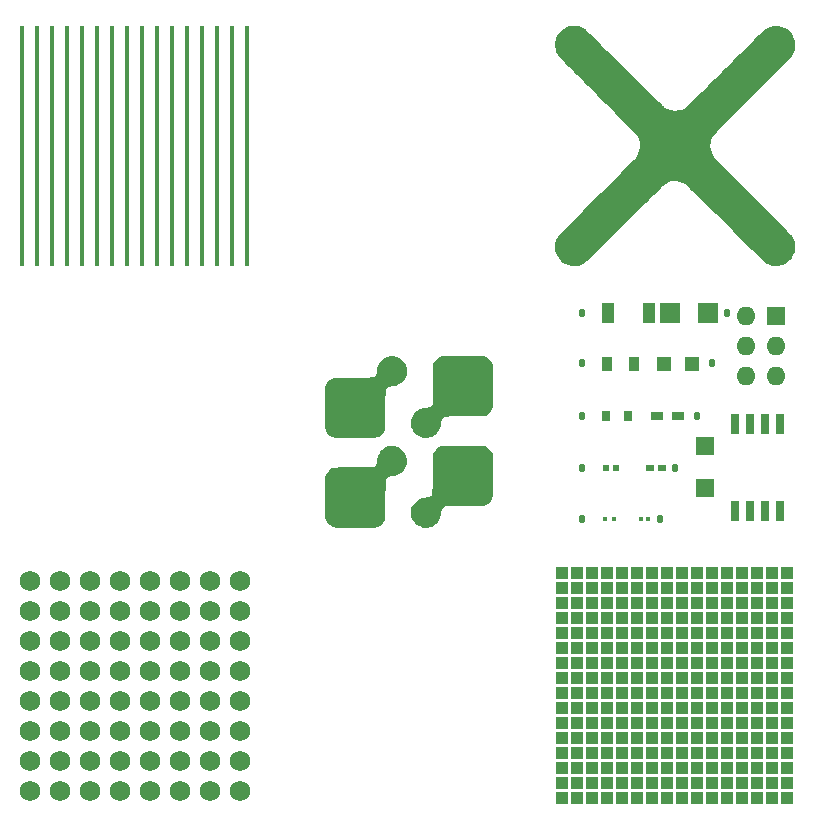
<source format=gts>
G04 #@! TF.GenerationSoftware,KiCad,Pcbnew,(5.99.0-3978-g0efe073de)*
G04 #@! TF.CreationDate,2020-10-22T13:19:48-05:00*
G04 #@! TF.ProjectId,remoticon_badge,72656d6f-7469-4636-9f6e-5f6261646765,rev?*
G04 #@! TF.SameCoordinates,PX3072580PY307257e*
G04 #@! TF.FileFunction,Soldermask,Top*
G04 #@! TF.FilePolarity,Negative*
%FSLAX46Y46*%
G04 Gerber Fmt 4.6, Leading zero omitted, Abs format (unit mm)*
G04 Created by KiCad (PCBNEW (5.99.0-3978-g0efe073de)) date 2020-10-22 13:19:48*
%MOMM*%
%LPD*%
G01*
G04 APERTURE LIST*
%ADD10C,1.727200*%
%ADD11O,0.508000X0.762000*%
%ADD12R,1.016000X1.016000*%
%ADD13R,0.450000X0.430000*%
%ADD14O,1.600000X1.600000*%
%ADD15R,1.600000X1.600000*%
%ADD16R,0.400000X20.320000*%
%ADD17R,0.700000X0.600000*%
%ADD18R,0.400000X0.400000*%
%ADD19R,0.900000X1.300000*%
%ADD20R,0.700000X0.900000*%
%ADD21R,1.100000X1.700000*%
%ADD22R,1.300000X1.198880*%
%ADD23R,0.600000X0.600000*%
%ADD24R,1.700000X1.800860*%
%ADD25R,1.000000X0.797560*%
%ADD26R,0.650000X1.700000*%
G04 APERTURE END LIST*
G04 #@! TO.C,G\u002A\u002A\u002A*
G36*
X34738678Y-60984318D02*
G01*
X34899411Y-61021383D01*
X35050428Y-61082964D01*
X35191025Y-61163576D01*
X35365338Y-61298821D01*
X35508867Y-61458785D01*
X35621090Y-61638532D01*
X35701485Y-61833126D01*
X35749530Y-62037631D01*
X35764703Y-62247113D01*
X35746481Y-62456636D01*
X35694342Y-62661264D01*
X35607764Y-62856062D01*
X35486225Y-63036094D01*
X35399293Y-63132016D01*
X35238547Y-63271670D01*
X35070450Y-63375855D01*
X34886710Y-63448333D01*
X34679033Y-63492864D01*
X34577817Y-63504584D01*
X34448619Y-63517994D01*
X34351246Y-63532840D01*
X34275166Y-63551467D01*
X34209845Y-63576220D01*
X34171189Y-63595117D01*
X34098514Y-63645535D01*
X34027346Y-63714941D01*
X33971585Y-63788570D01*
X33951291Y-63828677D01*
X33946247Y-63863266D01*
X33941838Y-63938726D01*
X33938060Y-64055257D01*
X33934910Y-64213060D01*
X33932386Y-64412336D01*
X33930484Y-64653285D01*
X33929202Y-64936109D01*
X33928537Y-65261008D01*
X33928439Y-65417501D01*
X33928303Y-65725368D01*
X33927925Y-65993985D01*
X33927118Y-66226470D01*
X33925690Y-66425944D01*
X33923454Y-66595524D01*
X33920220Y-66738330D01*
X33915798Y-66857479D01*
X33910000Y-66956092D01*
X33902635Y-67037287D01*
X33893515Y-67104182D01*
X33882450Y-67159897D01*
X33869252Y-67207551D01*
X33853730Y-67250261D01*
X33835695Y-67291147D01*
X33814959Y-67333328D01*
X33811774Y-67339625D01*
X33713363Y-67491363D01*
X33582832Y-67628983D01*
X33430025Y-67744194D01*
X33264786Y-67828706D01*
X33206613Y-67849257D01*
X33181600Y-67856514D01*
X33154379Y-67862839D01*
X33122027Y-67868291D01*
X33081621Y-67872934D01*
X33030236Y-67876829D01*
X32964949Y-67880037D01*
X32882836Y-67882620D01*
X32780973Y-67884640D01*
X32656437Y-67886158D01*
X32506304Y-67887237D01*
X32327650Y-67887937D01*
X32117552Y-67888321D01*
X31873085Y-67888451D01*
X31591326Y-67888387D01*
X31358321Y-67888252D01*
X31046152Y-67887992D01*
X30773462Y-67887612D01*
X30537358Y-67887050D01*
X30334951Y-67886248D01*
X30163350Y-67885144D01*
X30019663Y-67883677D01*
X29901001Y-67881786D01*
X29804472Y-67879412D01*
X29727186Y-67876494D01*
X29666252Y-67872970D01*
X29618779Y-67868781D01*
X29581877Y-67863865D01*
X29552654Y-67858162D01*
X29528221Y-67851612D01*
X29522231Y-67849741D01*
X29359175Y-67782275D01*
X29214921Y-67687635D01*
X29093609Y-67575501D01*
X28969066Y-67420434D01*
X28882173Y-67253332D01*
X28832712Y-67087164D01*
X28826457Y-67035611D01*
X28820862Y-66945891D01*
X28815926Y-66822203D01*
X28811649Y-66668743D01*
X28808031Y-66489709D01*
X28805069Y-66289299D01*
X28802764Y-66071708D01*
X28801115Y-65841136D01*
X28800120Y-65601779D01*
X28799779Y-65357834D01*
X28800092Y-65113500D01*
X28801057Y-64872972D01*
X28802673Y-64640449D01*
X28804941Y-64420128D01*
X28807858Y-64216206D01*
X28811425Y-64032881D01*
X28815640Y-63874349D01*
X28820503Y-63744809D01*
X28826013Y-63648457D01*
X28832168Y-63589491D01*
X28833374Y-63583035D01*
X28892547Y-63400885D01*
X28987057Y-63232313D01*
X29111298Y-63082968D01*
X29259667Y-62958496D01*
X29426557Y-62864548D01*
X29602952Y-62807477D01*
X29648604Y-62802196D01*
X29732212Y-62797601D01*
X29854361Y-62793682D01*
X30015641Y-62790432D01*
X30216637Y-62787842D01*
X30457936Y-62785903D01*
X30740127Y-62784608D01*
X31063796Y-62783947D01*
X31244737Y-62783852D01*
X31590375Y-62783507D01*
X31893904Y-62782526D01*
X32155582Y-62780905D01*
X32375664Y-62778640D01*
X32554406Y-62775729D01*
X32692064Y-62772166D01*
X32788895Y-62767950D01*
X32845154Y-62763075D01*
X32856472Y-62760908D01*
X32940619Y-62720396D01*
X33026208Y-62650751D01*
X33102288Y-62563350D01*
X33157906Y-62469575D01*
X33171857Y-62433193D01*
X33189650Y-62359569D01*
X33205767Y-62263253D01*
X33216977Y-62163894D01*
X33217700Y-62154595D01*
X33252998Y-61923336D01*
X33323998Y-61713691D01*
X33432372Y-61522141D01*
X33579792Y-61345165D01*
X33621594Y-61304065D01*
X33792183Y-61164445D01*
X33971276Y-61063245D01*
X34164272Y-60998513D01*
X34376571Y-60968298D01*
X34553341Y-60967183D01*
X34738678Y-60984318D01*
G37*
G36*
X34609539Y-53370807D02*
G01*
X34697778Y-53374478D01*
X34766152Y-53382382D01*
X34825900Y-53395981D01*
X34888264Y-53416736D01*
X34908403Y-53424287D01*
X35102588Y-53512807D01*
X35269091Y-53622321D01*
X35420692Y-53761253D01*
X35422350Y-53763004D01*
X35561603Y-53938918D01*
X35664462Y-54130104D01*
X35731694Y-54331889D01*
X35764068Y-54539600D01*
X35762351Y-54748567D01*
X35727310Y-54954118D01*
X35659713Y-55151579D01*
X35560327Y-55336281D01*
X35429921Y-55503550D01*
X35269260Y-55648714D01*
X35094401Y-55759246D01*
X34941241Y-55829760D01*
X34792280Y-55876016D01*
X34628547Y-55903360D01*
X34560538Y-55909747D01*
X34398573Y-55928369D01*
X34270570Y-55957278D01*
X34168871Y-55998836D01*
X34085817Y-56055403D01*
X34084570Y-56056467D01*
X34055717Y-56080490D01*
X34030655Y-56101765D01*
X34009118Y-56123286D01*
X33990838Y-56148048D01*
X33975548Y-56179046D01*
X33962983Y-56219274D01*
X33952875Y-56271728D01*
X33944957Y-56339402D01*
X33938962Y-56425291D01*
X33934624Y-56532390D01*
X33931676Y-56663693D01*
X33929851Y-56822196D01*
X33928882Y-57010892D01*
X33928502Y-57232778D01*
X33928445Y-57490847D01*
X33928444Y-57788095D01*
X33928439Y-57808857D01*
X33928317Y-58117606D01*
X33927967Y-58387111D01*
X33927181Y-58620496D01*
X33925749Y-58820886D01*
X33923461Y-58991404D01*
X33920106Y-59135177D01*
X33915476Y-59255327D01*
X33909359Y-59354979D01*
X33901548Y-59437259D01*
X33891831Y-59505289D01*
X33879998Y-59562195D01*
X33865841Y-59611102D01*
X33849149Y-59655132D01*
X33829712Y-59697412D01*
X33807320Y-59741065D01*
X33797424Y-59759734D01*
X33688092Y-59921728D01*
X33547676Y-60060588D01*
X33383329Y-60171301D01*
X33202204Y-60248855D01*
X33049658Y-60283708D01*
X33001868Y-60287349D01*
X32915971Y-60290587D01*
X32796182Y-60293422D01*
X32646723Y-60295858D01*
X32471810Y-60297896D01*
X32275662Y-60299540D01*
X32062498Y-60300790D01*
X31836537Y-60301649D01*
X31601997Y-60302120D01*
X31363097Y-60302203D01*
X31124055Y-60301903D01*
X30889089Y-60301220D01*
X30662419Y-60300158D01*
X30448263Y-60298717D01*
X30250839Y-60296901D01*
X30074366Y-60294711D01*
X29923063Y-60292150D01*
X29801147Y-60289219D01*
X29712838Y-60285922D01*
X29662355Y-60282260D01*
X29660166Y-60281964D01*
X29516931Y-60245593D01*
X29366970Y-60180379D01*
X29225089Y-60093967D01*
X29109835Y-59997772D01*
X29009363Y-59876286D01*
X28922314Y-59731144D01*
X28856762Y-59577844D01*
X28823099Y-59447440D01*
X28818986Y-59400376D01*
X28815323Y-59315368D01*
X28812108Y-59196562D01*
X28809339Y-59048108D01*
X28807013Y-58874153D01*
X28805128Y-58678845D01*
X28803681Y-58466334D01*
X28802670Y-58240766D01*
X28802092Y-58006291D01*
X28801944Y-57767056D01*
X28802225Y-57527209D01*
X28802932Y-57290899D01*
X28804061Y-57062275D01*
X28805612Y-56845483D01*
X28807581Y-56644673D01*
X28809965Y-56463992D01*
X28812763Y-56307589D01*
X28815971Y-56179612D01*
X28819588Y-56084209D01*
X28823611Y-56025528D01*
X28825161Y-56014175D01*
X28880548Y-55824999D01*
X28972200Y-55651132D01*
X29095320Y-55497452D01*
X29245110Y-55368833D01*
X29416771Y-55270153D01*
X29605505Y-55206287D01*
X29624137Y-55202210D01*
X29670224Y-55196943D01*
X29754995Y-55192362D01*
X29878943Y-55188459D01*
X30042561Y-55185226D01*
X30246342Y-55182658D01*
X30490776Y-55180748D01*
X30776359Y-55179487D01*
X31103581Y-55178869D01*
X31271898Y-55178799D01*
X31572254Y-55178829D01*
X31833253Y-55178766D01*
X32057904Y-55178382D01*
X32249219Y-55177450D01*
X32410208Y-55175742D01*
X32543882Y-55173029D01*
X32653251Y-55169085D01*
X32741327Y-55163680D01*
X32811119Y-55156588D01*
X32865639Y-55147581D01*
X32907897Y-55136430D01*
X32940904Y-55122909D01*
X32967670Y-55106788D01*
X32991206Y-55087840D01*
X33014523Y-55065838D01*
X33035626Y-55045324D01*
X33100379Y-54973557D01*
X33147123Y-54895507D01*
X33179674Y-54801279D01*
X33201850Y-54680984D01*
X33212170Y-54587812D01*
X33244113Y-54366793D01*
X33298323Y-54175090D01*
X33378559Y-54003909D01*
X33488580Y-53844454D01*
X33569402Y-53751870D01*
X33720216Y-53614911D01*
X33892969Y-53504634D01*
X34071980Y-53424287D01*
X34137199Y-53401187D01*
X34196548Y-53385667D01*
X34261269Y-53376266D01*
X34342603Y-53371520D01*
X34451791Y-53369970D01*
X34490191Y-53369909D01*
X34609539Y-53370807D01*
G37*
G36*
X40823978Y-53357225D02*
G01*
X41138740Y-53358063D01*
X41412591Y-53359472D01*
X41646258Y-53361461D01*
X41840468Y-53364040D01*
X41995947Y-53367218D01*
X42113424Y-53371005D01*
X42193624Y-53375412D01*
X42237275Y-53380446D01*
X42237314Y-53380454D01*
X42415300Y-53438555D01*
X42581246Y-53532688D01*
X42729448Y-53656994D01*
X42854199Y-53805612D01*
X42949797Y-53972682D01*
X43010537Y-54152344D01*
X43016442Y-54180824D01*
X43020740Y-54225102D01*
X43024575Y-54307429D01*
X43027949Y-54423718D01*
X43030864Y-54569884D01*
X43033323Y-54741839D01*
X43035329Y-54935498D01*
X43036884Y-55146774D01*
X43037991Y-55371583D01*
X43038652Y-55605837D01*
X43038870Y-55845450D01*
X43038648Y-56086337D01*
X43037988Y-56324411D01*
X43036892Y-56555586D01*
X43035364Y-56775777D01*
X43033405Y-56980896D01*
X43031019Y-57166859D01*
X43028208Y-57329578D01*
X43024975Y-57464968D01*
X43021322Y-57568943D01*
X43017251Y-57637417D01*
X43014245Y-57661618D01*
X42953775Y-57848312D01*
X42857410Y-58020330D01*
X42730442Y-58171858D01*
X42578165Y-58297082D01*
X42405873Y-58390187D01*
X42324039Y-58419804D01*
X42296644Y-58427851D01*
X42268159Y-58434818D01*
X42235471Y-58440786D01*
X42195469Y-58445834D01*
X42145041Y-58450041D01*
X42081076Y-58453488D01*
X42000463Y-58456254D01*
X41900090Y-58458419D01*
X41776846Y-58460063D01*
X41627618Y-58461264D01*
X41449296Y-58462104D01*
X41238768Y-58462661D01*
X40992922Y-58463016D01*
X40708647Y-58463248D01*
X40626117Y-58463299D01*
X40323688Y-58463485D01*
X40060618Y-58463780D01*
X39833896Y-58464373D01*
X39640513Y-58465447D01*
X39477458Y-58467190D01*
X39341722Y-58469788D01*
X39230294Y-58473426D01*
X39140165Y-58478290D01*
X39068324Y-58484568D01*
X39011761Y-58492444D01*
X38967467Y-58502105D01*
X38932431Y-58513737D01*
X38903643Y-58527525D01*
X38878094Y-58543657D01*
X38852773Y-58562318D01*
X38837687Y-58573854D01*
X38756036Y-58655406D01*
X38695539Y-58761631D01*
X38654104Y-58897511D01*
X38629643Y-59068027D01*
X38629447Y-59070273D01*
X38601005Y-59276262D01*
X38551768Y-59455607D01*
X38477671Y-59620589D01*
X38410680Y-59731339D01*
X38268493Y-59908243D01*
X38099730Y-60054338D01*
X37908864Y-60167642D01*
X37700366Y-60246176D01*
X37478710Y-60287958D01*
X37248367Y-60291007D01*
X37166199Y-60282514D01*
X36955122Y-60233495D01*
X36753950Y-60146770D01*
X36569017Y-60026848D01*
X36406657Y-59878242D01*
X36273207Y-59705463D01*
X36216747Y-59606389D01*
X36152848Y-59464612D01*
X36111367Y-59331045D01*
X36088801Y-59190017D01*
X36081642Y-59025859D01*
X36081657Y-59002569D01*
X36097238Y-58784027D01*
X36143823Y-58588838D01*
X36224396Y-58409956D01*
X36341944Y-58240336D01*
X36458952Y-58112184D01*
X36609785Y-57979765D01*
X36766690Y-57879798D01*
X36938134Y-57808581D01*
X37132585Y-57762413D01*
X37307597Y-57741253D01*
X37472142Y-57720954D01*
X37602301Y-57687917D01*
X37704944Y-57639058D01*
X37786940Y-57571291D01*
X37842610Y-57500908D01*
X37911459Y-57398365D01*
X37912113Y-55901968D01*
X37912519Y-55640391D01*
X37913474Y-55390245D01*
X37914931Y-55155175D01*
X37916844Y-54938828D01*
X37919164Y-54744849D01*
X37921846Y-54576885D01*
X37924843Y-54438582D01*
X37928108Y-54333584D01*
X37931595Y-54265539D01*
X37933353Y-54246915D01*
X37979412Y-54049511D01*
X38061994Y-53867861D01*
X38177015Y-53706622D01*
X38320388Y-53570455D01*
X38488027Y-53464017D01*
X38675847Y-53391968D01*
X38685427Y-53389422D01*
X38713536Y-53383336D01*
X38749887Y-53378041D01*
X38797360Y-53373484D01*
X38858834Y-53369612D01*
X38937188Y-53366373D01*
X39035303Y-53363715D01*
X39156058Y-53361584D01*
X39302331Y-53359929D01*
X39477003Y-53358697D01*
X39682952Y-53357836D01*
X39923059Y-53357292D01*
X40200203Y-53357014D01*
X40467578Y-53356948D01*
X40823978Y-53357225D01*
G37*
G36*
X40782131Y-60962153D02*
G01*
X41052970Y-60962299D01*
X41287320Y-60962624D01*
X41488121Y-60963193D01*
X41658311Y-60964073D01*
X41800831Y-60965330D01*
X41918621Y-60967029D01*
X42014619Y-60969238D01*
X42091766Y-60972022D01*
X42153002Y-60975448D01*
X42201265Y-60979581D01*
X42239496Y-60984487D01*
X42270635Y-60990234D01*
X42297620Y-60996887D01*
X42320862Y-61003728D01*
X42500233Y-61080493D01*
X42662356Y-61191740D01*
X42801784Y-61331507D01*
X42913073Y-61493835D01*
X42990775Y-61672764D01*
X43014558Y-61762870D01*
X43018868Y-61804942D01*
X43022763Y-61885293D01*
X43026241Y-61999837D01*
X43029299Y-62144486D01*
X43031936Y-62315153D01*
X43034149Y-62507749D01*
X43035936Y-62718190D01*
X43037295Y-62942386D01*
X43038223Y-63176251D01*
X43038719Y-63415698D01*
X43038780Y-63656639D01*
X43038404Y-63894987D01*
X43037588Y-64126656D01*
X43036332Y-64347556D01*
X43034631Y-64553603D01*
X43032485Y-64740708D01*
X43029890Y-64904783D01*
X43026845Y-65041743D01*
X43023348Y-65147499D01*
X43019395Y-65217964D01*
X43016442Y-65243664D01*
X42960564Y-65428295D01*
X42868214Y-65599922D01*
X42744630Y-65752988D01*
X42595048Y-65881939D01*
X42424707Y-65981217D01*
X42267625Y-66038091D01*
X42238525Y-66043827D01*
X42195459Y-66048800D01*
X42135683Y-66053059D01*
X42056453Y-66056653D01*
X41955025Y-66059630D01*
X41828653Y-66062039D01*
X41674594Y-66063928D01*
X41490103Y-66065345D01*
X41272436Y-66066340D01*
X41018848Y-66066960D01*
X40726595Y-66067254D01*
X40614918Y-66067289D01*
X40285981Y-66067585D01*
X39997908Y-66068376D01*
X39749199Y-66069683D01*
X39538350Y-66071530D01*
X39363861Y-66073938D01*
X39224231Y-66076931D01*
X39117957Y-66080531D01*
X39043538Y-66084760D01*
X38999472Y-66089642D01*
X38990213Y-66091720D01*
X38868364Y-66148642D01*
X38771310Y-66239158D01*
X38698826Y-66363630D01*
X38650685Y-66522418D01*
X38630120Y-66667666D01*
X38610950Y-66828516D01*
X38581262Y-66964664D01*
X38536153Y-67093400D01*
X38470721Y-67232018D01*
X38469393Y-67234582D01*
X38361480Y-67400799D01*
X38220394Y-67553401D01*
X38054891Y-67684887D01*
X37873723Y-67787755D01*
X37778480Y-67826653D01*
X37674604Y-67853395D01*
X37544150Y-67872279D01*
X37400649Y-67882738D01*
X37257634Y-67884208D01*
X37128636Y-67876122D01*
X37027691Y-67858055D01*
X36817201Y-67777871D01*
X36623257Y-67662312D01*
X36450881Y-67516224D01*
X36305094Y-67344447D01*
X36190916Y-67151824D01*
X36126666Y-66989058D01*
X36092525Y-66831751D01*
X36078490Y-66654091D01*
X36084569Y-66473023D01*
X36110767Y-66305490D01*
X36126400Y-66247607D01*
X36211735Y-66041037D01*
X36331783Y-65851771D01*
X36481486Y-65685087D01*
X36655785Y-65546259D01*
X36849622Y-65440564D01*
X36930193Y-65409195D01*
X37005301Y-65388900D01*
X37106737Y-65369175D01*
X37218525Y-65352880D01*
X37283217Y-65346002D01*
X37430753Y-65328021D01*
X37549536Y-65303441D01*
X37616384Y-65281053D01*
X37692545Y-65237654D01*
X37769686Y-65176393D01*
X37837281Y-65107539D01*
X37884806Y-65041362D01*
X37900034Y-65004280D01*
X37901927Y-64975590D01*
X37903883Y-64907955D01*
X37905867Y-64804797D01*
X37907841Y-64669540D01*
X37909770Y-64505607D01*
X37911616Y-64316420D01*
X37913342Y-64105403D01*
X37914913Y-63875979D01*
X37916292Y-63631570D01*
X37917436Y-63377131D01*
X37918669Y-63078767D01*
X37919912Y-62819736D01*
X37921244Y-62597001D01*
X37922745Y-62407526D01*
X37924494Y-62248276D01*
X37926571Y-62116214D01*
X37929054Y-62008304D01*
X37932023Y-61921511D01*
X37935557Y-61852798D01*
X37939737Y-61799129D01*
X37944640Y-61757468D01*
X37950347Y-61724779D01*
X37956937Y-61698026D01*
X37961730Y-61682386D01*
X38046433Y-61488387D01*
X38164279Y-61318572D01*
X38311850Y-61176414D01*
X38485729Y-61065381D01*
X38628165Y-61005687D01*
X38652507Y-60997816D01*
X38677624Y-60990955D01*
X38706446Y-60985034D01*
X38741903Y-60979983D01*
X38786925Y-60975735D01*
X38844441Y-60972219D01*
X38917381Y-60969367D01*
X39008675Y-60967109D01*
X39121254Y-60965375D01*
X39258046Y-60964097D01*
X39421982Y-60963206D01*
X39615992Y-60962632D01*
X39843005Y-60962305D01*
X40105952Y-60962158D01*
X40407762Y-60962119D01*
X40471862Y-60962119D01*
X40782131Y-60962153D01*
G37*
G36*
X67260419Y-25413810D02*
G01*
X67508818Y-25472665D01*
X67741221Y-25568462D01*
X67954214Y-25699087D01*
X68144384Y-25862423D01*
X68308315Y-26056357D01*
X68442596Y-26278773D01*
X68449293Y-26292279D01*
X68532066Y-26494183D01*
X68583442Y-26702533D01*
X68605985Y-26929036D01*
X68607539Y-27014246D01*
X68598211Y-27218822D01*
X68567663Y-27401841D01*
X68512047Y-27579269D01*
X68427518Y-27767077D01*
X68424979Y-27772086D01*
X68325679Y-27967540D01*
X65048206Y-31251110D01*
X64736130Y-31563909D01*
X64431549Y-31869477D01*
X64135855Y-32166406D01*
X63850438Y-32453289D01*
X63576691Y-32728719D01*
X63316005Y-32991289D01*
X63069770Y-33239591D01*
X62839379Y-33472218D01*
X62626223Y-33687764D01*
X62431694Y-33884820D01*
X62257182Y-34061980D01*
X62104079Y-34217837D01*
X61973776Y-34350984D01*
X61867666Y-34460013D01*
X61787138Y-34543517D01*
X61733586Y-34600089D01*
X61708399Y-34628322D01*
X61707165Y-34630009D01*
X61576700Y-34861758D01*
X61485464Y-35104284D01*
X61433532Y-35353591D01*
X61420978Y-35605684D01*
X61447876Y-35856569D01*
X61514300Y-36102251D01*
X61620326Y-36338735D01*
X61673668Y-36429583D01*
X61698814Y-36460483D01*
X61754034Y-36521101D01*
X61839264Y-36611374D01*
X61954444Y-36731238D01*
X62099510Y-36880630D01*
X62274399Y-37059487D01*
X62479050Y-37267745D01*
X62713400Y-37505341D01*
X62977387Y-37772212D01*
X63270948Y-38068294D01*
X63594020Y-38393524D01*
X63946542Y-38747839D01*
X64328451Y-39131175D01*
X64739684Y-39543470D01*
X65005321Y-39809575D01*
X65316561Y-40121425D01*
X65620342Y-40426103D01*
X65915267Y-40722194D01*
X66199935Y-41008282D01*
X66472949Y-41282952D01*
X66732908Y-41544788D01*
X66978414Y-41792375D01*
X67208067Y-42024298D01*
X67420467Y-42239141D01*
X67614217Y-42435489D01*
X67787916Y-42611926D01*
X67940166Y-42767038D01*
X68069567Y-42899408D01*
X68174719Y-43007621D01*
X68254225Y-43090261D01*
X68306684Y-43145915D01*
X68330698Y-43173165D01*
X68331420Y-43174182D01*
X68424859Y-43335973D01*
X68505794Y-43518757D01*
X68565228Y-43701471D01*
X68576235Y-43747213D01*
X68597014Y-43885251D01*
X68605648Y-44044822D01*
X68602658Y-44212279D01*
X68588564Y-44373979D01*
X68563887Y-44516276D01*
X68544225Y-44586639D01*
X68438959Y-44837702D01*
X68302488Y-45060108D01*
X68134789Y-45253883D01*
X67935838Y-45419058D01*
X67736047Y-45540172D01*
X67551497Y-45623710D01*
X67369168Y-45678462D01*
X67174884Y-45707788D01*
X66997531Y-45715217D01*
X66738104Y-45699206D01*
X66499694Y-45648260D01*
X66277408Y-45560966D01*
X66093226Y-45454288D01*
X66068642Y-45432942D01*
X66015519Y-45383031D01*
X65935274Y-45305953D01*
X65829323Y-45203106D01*
X65699081Y-45075892D01*
X65545964Y-44925707D01*
X65371388Y-44753951D01*
X65176769Y-44562023D01*
X64963521Y-44351323D01*
X64733062Y-44123248D01*
X64486807Y-43879198D01*
X64226171Y-43620571D01*
X63952570Y-43348768D01*
X63667421Y-43065186D01*
X63372138Y-42771225D01*
X63068137Y-42468283D01*
X62756835Y-42157760D01*
X62728890Y-42129870D01*
X62299019Y-41701024D01*
X61898811Y-41302181D01*
X61528143Y-40933216D01*
X61186887Y-40594006D01*
X60874917Y-40284426D01*
X60592108Y-40004352D01*
X60338333Y-39753660D01*
X60113467Y-39532226D01*
X59917383Y-39339926D01*
X59749956Y-39176636D01*
X59611059Y-39042231D01*
X59500567Y-38936587D01*
X59418353Y-38859581D01*
X59364291Y-38811088D01*
X59340901Y-38792527D01*
X59109234Y-38666902D01*
X58866604Y-38581103D01*
X58616676Y-38535189D01*
X58363112Y-38529223D01*
X58109575Y-38563263D01*
X57859729Y-38637372D01*
X57617237Y-38751610D01*
X57596379Y-38763581D01*
X57574482Y-38779404D01*
X57538323Y-38809907D01*
X57486997Y-38855980D01*
X57419598Y-38918515D01*
X57335220Y-38998401D01*
X57232957Y-39096528D01*
X57111904Y-39213787D01*
X56971155Y-39351068D01*
X56809804Y-39509262D01*
X56626946Y-39689259D01*
X56421674Y-39891950D01*
X56193083Y-40118224D01*
X55940268Y-40368971D01*
X55662322Y-40645083D01*
X55358339Y-40947450D01*
X55027415Y-41276961D01*
X54668643Y-41634508D01*
X54281118Y-42020981D01*
X54181017Y-42120846D01*
X53804592Y-42496448D01*
X53456952Y-42843350D01*
X53136841Y-43162729D01*
X52843001Y-43455759D01*
X52574175Y-43723618D01*
X52329107Y-43967481D01*
X52106540Y-44188524D01*
X51905217Y-44387924D01*
X51723881Y-44566857D01*
X51561276Y-44726498D01*
X51416144Y-44868023D01*
X51287228Y-44992610D01*
X51173272Y-45101433D01*
X51073018Y-45195669D01*
X50985211Y-45276494D01*
X50908592Y-45345085D01*
X50841906Y-45402616D01*
X50783895Y-45450264D01*
X50733303Y-45489206D01*
X50688872Y-45520617D01*
X50649346Y-45545674D01*
X50613467Y-45565552D01*
X50579980Y-45581427D01*
X50547627Y-45594477D01*
X50515151Y-45605876D01*
X50481296Y-45616800D01*
X50444804Y-45628427D01*
X50425826Y-45634654D01*
X50189935Y-45697056D01*
X49959990Y-45722994D01*
X49722738Y-45713774D01*
X49677412Y-45708374D01*
X49438505Y-45656370D01*
X49206791Y-45565307D01*
X48988846Y-45438490D01*
X48791241Y-45279224D01*
X48756077Y-45245107D01*
X48587474Y-45047742D01*
X48454878Y-44831251D01*
X48358979Y-44599913D01*
X48300464Y-44358003D01*
X48280022Y-44109800D01*
X48298341Y-43859580D01*
X48356110Y-43611621D01*
X48454017Y-43370198D01*
X48454237Y-43369756D01*
X48496388Y-43288482D01*
X48537921Y-43213458D01*
X48570245Y-43160172D01*
X48571765Y-43157913D01*
X48590758Y-43136916D01*
X48638320Y-43087349D01*
X48713066Y-43010609D01*
X48813612Y-42908089D01*
X48938573Y-42781187D01*
X49086565Y-42631297D01*
X49256204Y-42459815D01*
X49446105Y-42268137D01*
X49654885Y-42057658D01*
X49881157Y-41829774D01*
X50123539Y-41585880D01*
X50380646Y-41327373D01*
X50651093Y-41055647D01*
X50933497Y-40772098D01*
X51226472Y-40478122D01*
X51528634Y-40175114D01*
X51838599Y-39864470D01*
X51872246Y-39830759D01*
X52183389Y-39518898D01*
X52487069Y-39214219D01*
X52781887Y-38918139D01*
X53066445Y-38632072D01*
X53339344Y-38357434D01*
X53599186Y-38095639D01*
X53844572Y-37848103D01*
X54074104Y-37616242D01*
X54286382Y-37401469D01*
X54480009Y-37205200D01*
X54653585Y-37028851D01*
X54805712Y-36873836D01*
X54934992Y-36741571D01*
X55040026Y-36633471D01*
X55119415Y-36550951D01*
X55171760Y-36495426D01*
X55195664Y-36468311D01*
X55196370Y-36467315D01*
X55323577Y-36240579D01*
X55412107Y-36001014D01*
X55461927Y-35753153D01*
X55473008Y-35501532D01*
X55445320Y-35250683D01*
X55378830Y-35005142D01*
X55273509Y-34769442D01*
X55208603Y-34660283D01*
X55183155Y-34628969D01*
X55128897Y-34569188D01*
X55045736Y-34480842D01*
X54933576Y-34363836D01*
X54792323Y-34218072D01*
X54621881Y-34043455D01*
X54422155Y-33839887D01*
X54193050Y-33607273D01*
X53934472Y-33345515D01*
X53646326Y-33054518D01*
X53328515Y-32734185D01*
X52980946Y-32384419D01*
X52603523Y-32005124D01*
X52196152Y-31596203D01*
X51852058Y-31251110D01*
X51461697Y-30859650D01*
X51100425Y-30497131D01*
X50767306Y-30162599D01*
X50461403Y-29855100D01*
X50181781Y-29573682D01*
X49927502Y-29317392D01*
X49697630Y-29085277D01*
X49491229Y-28876383D01*
X49307364Y-28689759D01*
X49145097Y-28524449D01*
X49003492Y-28379503D01*
X48881613Y-28253966D01*
X48778524Y-28146885D01*
X48693288Y-28057308D01*
X48624970Y-27984281D01*
X48572632Y-27926852D01*
X48535339Y-27884067D01*
X48512154Y-27854974D01*
X48504768Y-27843940D01*
X48396781Y-27617832D01*
X48323957Y-27374395D01*
X48287215Y-27121248D01*
X48287474Y-26866011D01*
X48325651Y-26616301D01*
X48347005Y-26535464D01*
X48398543Y-26397167D01*
X48473003Y-26245933D01*
X48561904Y-26097271D01*
X48656769Y-25966688D01*
X48660415Y-25962246D01*
X48821076Y-25797812D01*
X49011571Y-25653878D01*
X49221880Y-25536568D01*
X49441982Y-25452004D01*
X49535241Y-25427658D01*
X49679578Y-25405442D01*
X49846863Y-25395470D01*
X50019623Y-25397738D01*
X50180389Y-25412244D01*
X50268328Y-25427815D01*
X50425901Y-25474171D01*
X50593667Y-25542167D01*
X50752032Y-25623316D01*
X50827002Y-25669792D01*
X50851595Y-25691150D01*
X50904725Y-25741079D01*
X50984978Y-25818183D01*
X51090941Y-25921066D01*
X51221202Y-26048329D01*
X51374347Y-26198578D01*
X51548963Y-26370414D01*
X51743637Y-26562441D01*
X51956956Y-26773263D01*
X52187506Y-27001482D01*
X52433875Y-27245702D01*
X52694648Y-27504526D01*
X52968414Y-27776558D01*
X53253759Y-28060400D01*
X53549270Y-28354656D01*
X53853533Y-28657929D01*
X54165136Y-28968822D01*
X54202201Y-29005824D01*
X54577340Y-29380368D01*
X54923706Y-29726205D01*
X55242562Y-30044515D01*
X55535164Y-30336478D01*
X55802775Y-30603274D01*
X56046653Y-30846083D01*
X56268057Y-31066085D01*
X56468249Y-31264460D01*
X56648486Y-31442388D01*
X56810029Y-31601050D01*
X56954138Y-31741624D01*
X57082073Y-31865292D01*
X57195092Y-31973232D01*
X57294456Y-32066626D01*
X57381424Y-32146653D01*
X57457256Y-32214493D01*
X57523212Y-32271326D01*
X57580551Y-32318332D01*
X57630533Y-32356692D01*
X57674418Y-32387584D01*
X57713465Y-32412190D01*
X57748934Y-32431689D01*
X57782085Y-32447261D01*
X57814177Y-32460086D01*
X57846470Y-32471345D01*
X57880224Y-32482216D01*
X57916698Y-32493881D01*
X57930642Y-32498470D01*
X58185269Y-32561681D01*
X58441262Y-32583150D01*
X58695722Y-32563288D01*
X58945750Y-32502507D01*
X59188445Y-32401218D01*
X59371176Y-32294102D01*
X59395133Y-32273214D01*
X59447628Y-32223758D01*
X59527247Y-32147133D01*
X59632575Y-32044738D01*
X59762198Y-31917970D01*
X59914700Y-31768230D01*
X60088669Y-31596914D01*
X60282690Y-31405422D01*
X60495347Y-31195152D01*
X60725228Y-30967504D01*
X60970917Y-30723874D01*
X61231000Y-30465663D01*
X61504063Y-30194268D01*
X61788692Y-29911088D01*
X62083471Y-29617522D01*
X62386987Y-29314967D01*
X62697826Y-29004824D01*
X62718298Y-28984387D01*
X63029639Y-28673730D01*
X63333795Y-28370539D01*
X63629349Y-28076215D01*
X63914884Y-27792158D01*
X64188982Y-27519770D01*
X64450226Y-27260451D01*
X64697198Y-27015603D01*
X64928481Y-26786625D01*
X65142658Y-26574920D01*
X65338312Y-26381888D01*
X65514025Y-26208930D01*
X65668380Y-26057447D01*
X65799959Y-25928839D01*
X65907346Y-25824509D01*
X65989122Y-25745855D01*
X66043871Y-25694281D01*
X66070175Y-25671185D01*
X66070841Y-25670720D01*
X66283337Y-25547805D01*
X66500620Y-25462361D01*
X66730898Y-25411943D01*
X66982383Y-25394103D01*
X66999438Y-25394013D01*
X67260419Y-25413810D01*
G37*
G04 #@! TD*
D10*
G04 #@! TO.C,REF\u002A\u002A*
X8890000Y-74930000D03*
G04 #@! TD*
D11*
G04 #@! TO.C,P5*
X57150000Y-67132200D03*
G04 #@! TD*
D12*
G04 #@! TO.C,REF\u002A\u002A*
X65405000Y-86995000D03*
G04 #@! TD*
G04 #@! TO.C,REF\u002A\u002A*
X61595000Y-85725000D03*
G04 #@! TD*
D10*
G04 #@! TO.C,REF\u002A\u002A*
X13970000Y-77470000D03*
G04 #@! TD*
D12*
G04 #@! TO.C,REF\u002A\u002A*
X53975000Y-86995000D03*
G04 #@! TD*
D13*
G04 #@! TO.C,R5*
X53282800Y-67132200D03*
X52482800Y-67132200D03*
G04 #@! TD*
D12*
G04 #@! TO.C,REF\u002A\u002A*
X59055000Y-71755000D03*
G04 #@! TD*
G04 #@! TO.C,REF\u002A\u002A*
X56515000Y-71755000D03*
G04 #@! TD*
D14*
G04 #@! TO.C,CON1*
X64439800Y-49987200D03*
D15*
X66979800Y-49987200D03*
D14*
X64439800Y-52527200D03*
X66979800Y-52527200D03*
X64439800Y-55067200D03*
X66979800Y-55067200D03*
G04 #@! TD*
D10*
G04 #@! TO.C,REF\u002A\u002A*
X16510000Y-87630000D03*
G04 #@! TD*
D12*
G04 #@! TO.C,REF\u002A\u002A*
X62865000Y-89535000D03*
G04 #@! TD*
D10*
G04 #@! TO.C,REF\u002A\u002A*
X19050000Y-87630000D03*
G04 #@! TD*
D12*
G04 #@! TO.C,REF\u002A\u002A*
X48895000Y-76835000D03*
G04 #@! TD*
G04 #@! TO.C,REF\u002A\u002A*
X48895000Y-83185000D03*
G04 #@! TD*
G04 #@! TO.C,REF\u002A\u002A*
X52705000Y-83185000D03*
G04 #@! TD*
D10*
G04 #@! TO.C,REF\u002A\u002A*
X3810000Y-85090000D03*
G04 #@! TD*
D12*
G04 #@! TO.C,REF\u002A\u002A*
X48895000Y-86995000D03*
G04 #@! TD*
D10*
G04 #@! TO.C,REF\u002A\u002A*
X21590000Y-72390000D03*
G04 #@! TD*
D12*
G04 #@! TO.C,REF\u002A\u002A*
X67945000Y-81915000D03*
G04 #@! TD*
D10*
G04 #@! TO.C,REF\u002A\u002A*
X3810000Y-74930000D03*
G04 #@! TD*
G04 #@! TO.C,REF\u002A\u002A*
X13970000Y-74930000D03*
G04 #@! TD*
D12*
G04 #@! TO.C,REF\u002A\u002A*
X66675000Y-73025000D03*
G04 #@! TD*
G04 #@! TO.C,REF\u002A\u002A*
X62865000Y-78105000D03*
G04 #@! TD*
G04 #@! TO.C,REF\u002A\u002A*
X48895000Y-89535000D03*
G04 #@! TD*
G04 #@! TO.C,REF\u002A\u002A*
X65405000Y-76835000D03*
G04 #@! TD*
G04 #@! TO.C,REF\u002A\u002A*
X62865000Y-83185000D03*
G04 #@! TD*
D10*
G04 #@! TO.C,REF\u002A\u002A*
X16510000Y-90170000D03*
G04 #@! TD*
D12*
G04 #@! TO.C,REF\u002A\u002A*
X65405000Y-90805000D03*
G04 #@! TD*
G04 #@! TO.C,REF\u002A\u002A*
X61595000Y-86995000D03*
G04 #@! TD*
G04 #@! TO.C,REF\u002A\u002A*
X53975000Y-81915000D03*
G04 #@! TD*
G04 #@! TO.C,REF\u002A\u002A*
X67945000Y-83185000D03*
G04 #@! TD*
D10*
G04 #@! TO.C,REF\u002A\u002A*
X11430000Y-74930000D03*
G04 #@! TD*
D12*
G04 #@! TO.C,REF\u002A\u002A*
X48895000Y-85725000D03*
G04 #@! TD*
D10*
G04 #@! TO.C,REF\u002A\u002A*
X8890000Y-85090000D03*
G04 #@! TD*
D12*
G04 #@! TO.C,REF\u002A\u002A*
X56515000Y-73025000D03*
G04 #@! TD*
G04 #@! TO.C,REF\u002A\u002A*
X48895000Y-88265000D03*
G04 #@! TD*
G04 #@! TO.C,REF\u002A\u002A*
X60325000Y-79375000D03*
G04 #@! TD*
D10*
G04 #@! TO.C,REF\u002A\u002A*
X8890000Y-77470000D03*
G04 #@! TD*
D12*
G04 #@! TO.C,REF\u002A\u002A*
X62865000Y-81915000D03*
G04 #@! TD*
G04 #@! TO.C,REF\u002A\u002A*
X65405000Y-79375000D03*
G04 #@! TD*
G04 #@! TO.C,REF\u002A\u002A*
X64135000Y-80645000D03*
G04 #@! TD*
G04 #@! TO.C,REF\u002A\u002A*
X53975000Y-85725000D03*
G04 #@! TD*
G04 #@! TO.C,REF\u002A\u002A*
X60325000Y-78105000D03*
G04 #@! TD*
G04 #@! TO.C,REF\u002A\u002A*
X62865000Y-86995000D03*
G04 #@! TD*
G04 #@! TO.C,REF\u002A\u002A*
X59055000Y-78105000D03*
G04 #@! TD*
G04 #@! TO.C,REF\u002A\u002A*
X57785000Y-89535000D03*
G04 #@! TD*
D10*
G04 #@! TO.C,REF\u002A\u002A*
X3810000Y-80010000D03*
G04 #@! TD*
D12*
G04 #@! TO.C,REF\u002A\u002A*
X59055000Y-79375000D03*
G04 #@! TD*
G04 #@! TO.C,REF\u002A\u002A*
X52705000Y-90805000D03*
G04 #@! TD*
G04 #@! TO.C,REF\u002A\u002A*
X48895000Y-78105000D03*
G04 #@! TD*
G04 #@! TO.C,REF\u002A\u002A*
X53975000Y-78105000D03*
G04 #@! TD*
G04 #@! TO.C,REF\u002A\u002A*
X66675000Y-85725000D03*
G04 #@! TD*
G04 #@! TO.C,REF\u002A\u002A*
X50165000Y-89535000D03*
G04 #@! TD*
G04 #@! TO.C,REF\u002A\u002A*
X65405000Y-75565000D03*
G04 #@! TD*
G04 #@! TO.C,REF\u002A\u002A*
X48895000Y-84455000D03*
G04 #@! TD*
G04 #@! TO.C,REF\u002A\u002A*
X62865000Y-71755000D03*
G04 #@! TD*
D11*
G04 #@! TO.C,PG2*
X50546000Y-53975000D03*
G04 #@! TD*
D10*
G04 #@! TO.C,REF\u002A\u002A*
X6350000Y-85090000D03*
G04 #@! TD*
D12*
G04 #@! TO.C,REF\u002A\u002A*
X65405000Y-88265000D03*
G04 #@! TD*
G04 #@! TO.C,REF\u002A\u002A*
X64135000Y-81915000D03*
G04 #@! TD*
D10*
G04 #@! TO.C,REF\u002A\u002A*
X16510000Y-72390000D03*
G04 #@! TD*
D16*
G04 #@! TO.C,REF\u002A\u002A*
X12065000Y-35560000D03*
G04 #@! TD*
D10*
G04 #@! TO.C,REF\u002A\u002A*
X3810000Y-90170000D03*
G04 #@! TD*
G04 #@! TO.C,REF\u002A\u002A*
X16510000Y-85090000D03*
G04 #@! TD*
D12*
G04 #@! TO.C,REF\u002A\u002A*
X56515000Y-90805000D03*
G04 #@! TD*
D10*
G04 #@! TO.C,REF\u002A\u002A*
X6350000Y-77470000D03*
G04 #@! TD*
D12*
G04 #@! TO.C,REF\u002A\u002A*
X64135000Y-85725000D03*
G04 #@! TD*
G04 #@! TO.C,REF\u002A\u002A*
X60325000Y-86995000D03*
G04 #@! TD*
G04 #@! TO.C,REF\u002A\u002A*
X67945000Y-90805000D03*
G04 #@! TD*
G04 #@! TO.C,REF\u002A\u002A*
X55245000Y-73025000D03*
G04 #@! TD*
G04 #@! TO.C,REF\u002A\u002A*
X56515000Y-78105000D03*
G04 #@! TD*
G04 #@! TO.C,REF\u002A\u002A*
X56515000Y-89535000D03*
G04 #@! TD*
D10*
G04 #@! TO.C,REF\u002A\u002A*
X8890000Y-80010000D03*
G04 #@! TD*
D12*
G04 #@! TO.C,REF\u002A\u002A*
X62865000Y-73025000D03*
G04 #@! TD*
G04 #@! TO.C,REF\u002A\u002A*
X65405000Y-85725000D03*
G04 #@! TD*
D10*
G04 #@! TO.C,REF\u002A\u002A*
X19050000Y-82550000D03*
G04 #@! TD*
D12*
G04 #@! TO.C,REF\u002A\u002A*
X52705000Y-85725000D03*
G04 #@! TD*
D16*
G04 #@! TO.C,REF\u002A\u002A*
X22225000Y-35560000D03*
G04 #@! TD*
D17*
G04 #@! TO.C,D4*
X56345200Y-62839600D03*
X57345200Y-62839600D03*
G04 #@! TD*
D12*
G04 #@! TO.C,REF\u002A\u002A*
X55245000Y-85725000D03*
G04 #@! TD*
G04 #@! TO.C,REF\u002A\u002A*
X61595000Y-80645000D03*
G04 #@! TD*
G04 #@! TO.C,REF\u002A\u002A*
X57785000Y-84455000D03*
G04 #@! TD*
D10*
G04 #@! TO.C,REF\u002A\u002A*
X6350000Y-87630000D03*
G04 #@! TD*
G04 #@! TO.C,REF\u002A\u002A*
X21590000Y-87630000D03*
G04 #@! TD*
D11*
G04 #@! TO.C,P3*
X60325000Y-58420000D03*
G04 #@! TD*
D10*
G04 #@! TO.C,REF\u002A\u002A*
X21590000Y-74930000D03*
G04 #@! TD*
D12*
G04 #@! TO.C,REF\u002A\u002A*
X65405000Y-89535000D03*
G04 #@! TD*
G04 #@! TO.C,REF\u002A\u002A*
X56515000Y-74295000D03*
G04 #@! TD*
G04 #@! TO.C,REF\u002A\u002A*
X51435000Y-85725000D03*
G04 #@! TD*
G04 #@! TO.C,REF\u002A\u002A*
X56515000Y-75565000D03*
G04 #@! TD*
D16*
G04 #@! TO.C,REF\u002A\u002A*
X14605000Y-35560000D03*
G04 #@! TD*
D12*
G04 #@! TO.C,REF\u002A\u002A*
X62865000Y-85725000D03*
G04 #@! TD*
G04 #@! TO.C,REF\u002A\u002A*
X66675000Y-74295000D03*
G04 #@! TD*
D16*
G04 #@! TO.C,REF\u002A\u002A*
X6985000Y-35560000D03*
G04 #@! TD*
D12*
G04 #@! TO.C,REF\u002A\u002A*
X50165000Y-83185000D03*
G04 #@! TD*
D10*
G04 #@! TO.C,REF\u002A\u002A*
X3810000Y-77470000D03*
G04 #@! TD*
D12*
G04 #@! TO.C,REF\u002A\u002A*
X50165000Y-78105000D03*
G04 #@! TD*
D10*
G04 #@! TO.C,REF\u002A\u002A*
X21590000Y-85090000D03*
G04 #@! TD*
D12*
G04 #@! TO.C,REF\u002A\u002A*
X65405000Y-74295000D03*
G04 #@! TD*
G04 #@! TO.C,REF\u002A\u002A*
X55245000Y-78105000D03*
G04 #@! TD*
G04 #@! TO.C,REF\u002A\u002A*
X59055000Y-83185000D03*
G04 #@! TD*
G04 #@! TO.C,REF\u002A\u002A*
X57785000Y-75565000D03*
G04 #@! TD*
D10*
G04 #@! TO.C,REF\u002A\u002A*
X16510000Y-80010000D03*
G04 #@! TD*
D12*
G04 #@! TO.C,REF\u002A\u002A*
X51435000Y-74295000D03*
G04 #@! TD*
D10*
G04 #@! TO.C,REF\u002A\u002A*
X16510000Y-74930000D03*
G04 #@! TD*
D12*
G04 #@! TO.C,REF\u002A\u002A*
X66675000Y-88265000D03*
G04 #@! TD*
G04 #@! TO.C,REF\u002A\u002A*
X51435000Y-84455000D03*
G04 #@! TD*
G04 #@! TO.C,REF\u002A\u002A*
X67945000Y-86995000D03*
G04 #@! TD*
D10*
G04 #@! TO.C,REF\u002A\u002A*
X19050000Y-77470000D03*
G04 #@! TD*
G04 #@! TO.C,REF\u002A\u002A*
X11430000Y-77470000D03*
G04 #@! TD*
D12*
G04 #@! TO.C,REF\u002A\u002A*
X52705000Y-71755000D03*
G04 #@! TD*
G04 #@! TO.C,REF\u002A\u002A*
X51435000Y-71755000D03*
G04 #@! TD*
G04 #@! TO.C,REF\u002A\u002A*
X50165000Y-90805000D03*
G04 #@! TD*
G04 #@! TO.C,REF\u002A\u002A*
X51435000Y-89535000D03*
G04 #@! TD*
G04 #@! TO.C,REF\u002A\u002A*
X66675000Y-71755000D03*
G04 #@! TD*
G04 #@! TO.C,REF\u002A\u002A*
X57785000Y-90805000D03*
G04 #@! TD*
G04 #@! TO.C,REF\u002A\u002A*
X51435000Y-80645000D03*
G04 #@! TD*
G04 #@! TO.C,REF\u002A\u002A*
X57785000Y-78105000D03*
G04 #@! TD*
G04 #@! TO.C,REF\u002A\u002A*
X64135000Y-83185000D03*
G04 #@! TD*
G04 #@! TO.C,REF\u002A\u002A*
X55245000Y-71755000D03*
G04 #@! TD*
G04 #@! TO.C,REF\u002A\u002A*
X61595000Y-73025000D03*
G04 #@! TD*
G04 #@! TO.C,REF\u002A\u002A*
X60325000Y-83185000D03*
G04 #@! TD*
G04 #@! TO.C,REF\u002A\u002A*
X56515000Y-80645000D03*
G04 #@! TD*
G04 #@! TO.C,REF\u002A\u002A*
X59055000Y-75565000D03*
G04 #@! TD*
G04 #@! TO.C,REF\u002A\u002A*
X61595000Y-74295000D03*
G04 #@! TD*
D11*
G04 #@! TO.C,P4*
X58420000Y-62865000D03*
G04 #@! TD*
D12*
G04 #@! TO.C,REF\u002A\u002A*
X52705000Y-88265000D03*
G04 #@! TD*
G04 #@! TO.C,REF\u002A\u002A*
X53975000Y-71755000D03*
G04 #@! TD*
G04 #@! TO.C,REF\u002A\u002A*
X55245000Y-81915000D03*
G04 #@! TD*
G04 #@! TO.C,REF\u002A\u002A*
X66675000Y-90805000D03*
G04 #@! TD*
D10*
G04 #@! TO.C,REF\u002A\u002A*
X6350000Y-72390000D03*
G04 #@! TD*
D12*
G04 #@! TO.C,REF\u002A\u002A*
X57785000Y-83185000D03*
G04 #@! TD*
G04 #@! TO.C,REF\u002A\u002A*
X52705000Y-73025000D03*
G04 #@! TD*
G04 #@! TO.C,REF\u002A\u002A*
X62865000Y-75565000D03*
G04 #@! TD*
G04 #@! TO.C,REF\u002A\u002A*
X59055000Y-84455000D03*
G04 #@! TD*
G04 #@! TO.C,REF\u002A\u002A*
X60325000Y-80645000D03*
G04 #@! TD*
G04 #@! TO.C,REF\u002A\u002A*
X64135000Y-88265000D03*
G04 #@! TD*
G04 #@! TO.C,REF\u002A\u002A*
X67945000Y-89535000D03*
G04 #@! TD*
G04 #@! TO.C,REF\u002A\u002A*
X50165000Y-88265000D03*
G04 #@! TD*
G04 #@! TO.C,REF\u002A\u002A*
X50165000Y-79375000D03*
G04 #@! TD*
G04 #@! TO.C,REF\u002A\u002A*
X64135000Y-75565000D03*
G04 #@! TD*
G04 #@! TO.C,REF\u002A\u002A*
X53975000Y-79375000D03*
G04 #@! TD*
G04 #@! TO.C,REF\u002A\u002A*
X67945000Y-78105000D03*
G04 #@! TD*
G04 #@! TO.C,REF\u002A\u002A*
X52705000Y-76835000D03*
G04 #@! TD*
G04 #@! TO.C,REF\u002A\u002A*
X59055000Y-89535000D03*
G04 #@! TD*
G04 #@! TO.C,REF\u002A\u002A*
X65405000Y-81915000D03*
G04 #@! TD*
G04 #@! TO.C,REF\u002A\u002A*
X51435000Y-81915000D03*
G04 #@! TD*
G04 #@! TO.C,REF\u002A\u002A*
X48895000Y-81915000D03*
G04 #@! TD*
D10*
G04 #@! TO.C,REF\u002A\u002A*
X16510000Y-77470000D03*
G04 #@! TD*
D16*
G04 #@! TO.C,REF\u002A\u002A*
X13335000Y-35560000D03*
G04 #@! TD*
D12*
G04 #@! TO.C,REF\u002A\u002A*
X67945000Y-84455000D03*
G04 #@! TD*
G04 #@! TO.C,REF\u002A\u002A*
X66675000Y-75565000D03*
G04 #@! TD*
G04 #@! TO.C,REF\u002A\u002A*
X60325000Y-84455000D03*
G04 #@! TD*
G04 #@! TO.C,REF\u002A\u002A*
X64135000Y-89535000D03*
G04 #@! TD*
G04 #@! TO.C,REF\u002A\u002A*
X60325000Y-73025000D03*
G04 #@! TD*
D10*
G04 #@! TO.C,REF\u002A\u002A*
X3810000Y-72390000D03*
G04 #@! TD*
D12*
G04 #@! TO.C,REF\u002A\u002A*
X59055000Y-76835000D03*
G04 #@! TD*
D10*
G04 #@! TO.C,REF\u002A\u002A*
X11430000Y-85090000D03*
G04 #@! TD*
D12*
G04 #@! TO.C,REF\u002A\u002A*
X52705000Y-78105000D03*
G04 #@! TD*
G04 #@! TO.C,REF\u002A\u002A*
X56515000Y-76835000D03*
G04 #@! TD*
G04 #@! TO.C,REF\u002A\u002A*
X62865000Y-90805000D03*
G04 #@! TD*
G04 #@! TO.C,REF\u002A\u002A*
X53975000Y-76835000D03*
G04 #@! TD*
G04 #@! TO.C,REF\u002A\u002A*
X50165000Y-85725000D03*
G04 #@! TD*
G04 #@! TO.C,REF\u002A\u002A*
X51435000Y-90805000D03*
G04 #@! TD*
G04 #@! TO.C,REF\u002A\u002A*
X53975000Y-73025000D03*
G04 #@! TD*
G04 #@! TO.C,REF\u002A\u002A*
X60325000Y-81915000D03*
G04 #@! TD*
G04 #@! TO.C,REF\u002A\u002A*
X48895000Y-73025000D03*
G04 #@! TD*
G04 #@! TO.C,REF\u002A\u002A*
X67945000Y-75565000D03*
G04 #@! TD*
G04 #@! TO.C,REF\u002A\u002A*
X56515000Y-83185000D03*
G04 #@! TD*
G04 #@! TO.C,REF\u002A\u002A*
X50165000Y-76835000D03*
G04 #@! TD*
G04 #@! TO.C,REF\u002A\u002A*
X64135000Y-79375000D03*
G04 #@! TD*
G04 #@! TO.C,REF\u002A\u002A*
X59055000Y-81915000D03*
G04 #@! TD*
G04 #@! TO.C,REF\u002A\u002A*
X52705000Y-79375000D03*
G04 #@! TD*
D10*
G04 #@! TO.C,REF\u002A\u002A*
X21590000Y-90170000D03*
G04 #@! TD*
D16*
G04 #@! TO.C,REF\u002A\u002A*
X4445000Y-35560000D03*
G04 #@! TD*
G04 #@! TO.C,REF\u002A\u002A*
X9525000Y-35560000D03*
G04 #@! TD*
G04 #@! TO.C,REF\u002A\u002A*
X3175000Y-35560000D03*
G04 #@! TD*
D12*
G04 #@! TO.C,REF\u002A\u002A*
X66675000Y-84455000D03*
G04 #@! TD*
D10*
G04 #@! TO.C,REF\u002A\u002A*
X19050000Y-85090000D03*
G04 #@! TD*
D12*
G04 #@! TO.C,REF\u002A\u002A*
X59055000Y-88265000D03*
G04 #@! TD*
G04 #@! TO.C,REF\u002A\u002A*
X62865000Y-74295000D03*
G04 #@! TD*
G04 #@! TO.C,REF\u002A\u002A*
X55245000Y-86995000D03*
G04 #@! TD*
G04 #@! TO.C,REF\u002A\u002A*
X62865000Y-84455000D03*
G04 #@! TD*
G04 #@! TO.C,REF\u002A\u002A*
X66675000Y-81915000D03*
G04 #@! TD*
G04 #@! TO.C,REF\u002A\u002A*
X55245000Y-75565000D03*
G04 #@! TD*
G04 #@! TO.C,REF\u002A\u002A*
X56515000Y-88265000D03*
G04 #@! TD*
G04 #@! TO.C,REF\u002A\u002A*
X51435000Y-75565000D03*
G04 #@! TD*
G04 #@! TO.C,REF\u002A\u002A*
X55245000Y-76835000D03*
G04 #@! TD*
G04 #@! TO.C,REF\u002A\u002A*
X60325000Y-76835000D03*
G04 #@! TD*
G04 #@! TO.C,REF\u002A\u002A*
X51435000Y-73025000D03*
G04 #@! TD*
D10*
G04 #@! TO.C,REF\u002A\u002A*
X8890000Y-87630000D03*
G04 #@! TD*
G04 #@! TO.C,REF\u002A\u002A*
X21590000Y-82550000D03*
G04 #@! TD*
D12*
G04 #@! TO.C,REF\u002A\u002A*
X67945000Y-73025000D03*
G04 #@! TD*
G04 #@! TO.C,REF\u002A\u002A*
X56515000Y-86995000D03*
G04 #@! TD*
G04 #@! TO.C,REF\u002A\u002A*
X62865000Y-76835000D03*
G04 #@! TD*
G04 #@! TO.C,REF\u002A\u002A*
X60325000Y-88265000D03*
G04 #@! TD*
D10*
G04 #@! TO.C,REF\u002A\u002A*
X16510000Y-82550000D03*
G04 #@! TD*
D18*
G04 #@! TO.C,D5*
X55580000Y-67132200D03*
X56180000Y-67132200D03*
G04 #@! TD*
D10*
G04 #@! TO.C,REF\u002A\u002A*
X8890000Y-72390000D03*
G04 #@! TD*
D12*
G04 #@! TO.C,REF\u002A\u002A*
X59055000Y-73025000D03*
G04 #@! TD*
G04 #@! TO.C,REF\u002A\u002A*
X53975000Y-74295000D03*
G04 #@! TD*
D10*
G04 #@! TO.C,REF\u002A\u002A*
X13970000Y-82550000D03*
G04 #@! TD*
G04 #@! TO.C,REF\u002A\u002A*
X21590000Y-77470000D03*
G04 #@! TD*
D12*
G04 #@! TO.C,REF\u002A\u002A*
X53975000Y-75565000D03*
G04 #@! TD*
G04 #@! TO.C,REF\u002A\u002A*
X62865000Y-80645000D03*
G04 #@! TD*
G04 #@! TO.C,REF\u002A\u002A*
X64135000Y-76835000D03*
G04 #@! TD*
D16*
G04 #@! TO.C,REF\u002A\u002A*
X19685000Y-35560000D03*
G04 #@! TD*
D12*
G04 #@! TO.C,REF\u002A\u002A*
X65405000Y-83185000D03*
G04 #@! TD*
G04 #@! TO.C,REF\u002A\u002A*
X64135000Y-90805000D03*
G04 #@! TD*
G04 #@! TO.C,REF\u002A\u002A*
X66675000Y-83185000D03*
G04 #@! TD*
D11*
G04 #@! TO.C,PG5*
X50546000Y-58420000D03*
G04 #@! TD*
D12*
G04 #@! TO.C,REF\u002A\u002A*
X61595000Y-78105000D03*
G04 #@! TD*
G04 #@! TO.C,REF\u002A\u002A*
X61595000Y-81915000D03*
G04 #@! TD*
G04 #@! TO.C,REF\u002A\u002A*
X60325000Y-90805000D03*
G04 #@! TD*
G04 #@! TO.C,REF\u002A\u002A*
X64135000Y-73025000D03*
G04 #@! TD*
G04 #@! TO.C,REF\u002A\u002A*
X53975000Y-83185000D03*
G04 #@! TD*
G04 #@! TO.C,REF\u002A\u002A*
X48895000Y-79375000D03*
G04 #@! TD*
G04 #@! TO.C,REF\u002A\u002A*
X52705000Y-84455000D03*
G04 #@! TD*
G04 #@! TO.C,REF\u002A\u002A*
X52705000Y-86995000D03*
G04 #@! TD*
D10*
G04 #@! TO.C,REF\u002A\u002A*
X8890000Y-82550000D03*
G04 #@! TD*
D12*
G04 #@! TO.C,REF\u002A\u002A*
X55245000Y-89535000D03*
G04 #@! TD*
G04 #@! TO.C,REF\u002A\u002A*
X65405000Y-73025000D03*
G04 #@! TD*
D10*
G04 #@! TO.C,REF\u002A\u002A*
X6350000Y-82550000D03*
G04 #@! TD*
D19*
G04 #@! TO.C,R2*
X54991000Y-54000400D03*
X52705000Y-54000400D03*
G04 #@! TD*
D12*
G04 #@! TO.C,REF\u002A\u002A*
X57785000Y-76835000D03*
G04 #@! TD*
G04 #@! TO.C,REF\u002A\u002A*
X60325000Y-85725000D03*
G04 #@! TD*
G04 #@! TO.C,REF\u002A\u002A*
X61595000Y-71755000D03*
G04 #@! TD*
G04 #@! TO.C,REF\u002A\u002A*
X56515000Y-85725000D03*
G04 #@! TD*
G04 #@! TO.C,REF\u002A\u002A*
X50165000Y-81915000D03*
G04 #@! TD*
D16*
G04 #@! TO.C,REF\u002A\u002A*
X15875000Y-35560000D03*
G04 #@! TD*
D12*
G04 #@! TO.C,REF\u002A\u002A*
X65405000Y-71755000D03*
G04 #@! TD*
D11*
G04 #@! TO.C,P1*
X62865000Y-49707800D03*
G04 #@! TD*
D12*
G04 #@! TO.C,REF\u002A\u002A*
X61595000Y-75565000D03*
G04 #@! TD*
G04 #@! TO.C,REF\u002A\u002A*
X59055000Y-90805000D03*
G04 #@! TD*
G04 #@! TO.C,REF\u002A\u002A*
X59055000Y-80645000D03*
G04 #@! TD*
D10*
G04 #@! TO.C,REF\u002A\u002A*
X3810000Y-82550000D03*
G04 #@! TD*
D16*
G04 #@! TO.C,REF\u002A\u002A*
X5715000Y-35560000D03*
G04 #@! TD*
D10*
G04 #@! TO.C,REF\u002A\u002A*
X19050000Y-74930000D03*
G04 #@! TD*
G04 #@! TO.C,REF\u002A\u002A*
X13970000Y-87630000D03*
G04 #@! TD*
D12*
G04 #@! TO.C,REF\u002A\u002A*
X60325000Y-71755000D03*
G04 #@! TD*
G04 #@! TO.C,REF\u002A\u002A*
X61595000Y-76835000D03*
G04 #@! TD*
G04 #@! TO.C,REF\u002A\u002A*
X55245000Y-80645000D03*
G04 #@! TD*
D11*
G04 #@! TO.C,P2*
X61595000Y-53975000D03*
G04 #@! TD*
D12*
G04 #@! TO.C,REF\u002A\u002A*
X50165000Y-74295000D03*
G04 #@! TD*
G04 #@! TO.C,REF\u002A\u002A*
X62865000Y-88265000D03*
G04 #@! TD*
G04 #@! TO.C,REF\u002A\u002A*
X65405000Y-78105000D03*
G04 #@! TD*
G04 #@! TO.C,REF\u002A\u002A*
X57785000Y-85725000D03*
G04 #@! TD*
G04 #@! TO.C,REF\u002A\u002A*
X67945000Y-74295000D03*
G04 #@! TD*
D16*
G04 #@! TO.C,REF\u002A\u002A*
X10795000Y-35560000D03*
G04 #@! TD*
D12*
G04 #@! TO.C,REF\u002A\u002A*
X55245000Y-74295000D03*
G04 #@! TD*
G04 #@! TO.C,REF\u002A\u002A*
X66675000Y-86995000D03*
G04 #@! TD*
G04 #@! TO.C,REF\u002A\u002A*
X67945000Y-79375000D03*
G04 #@! TD*
D10*
G04 #@! TO.C,REF\u002A\u002A*
X11430000Y-87630000D03*
G04 #@! TD*
D12*
G04 #@! TO.C,REF\u002A\u002A*
X57785000Y-74295000D03*
G04 #@! TD*
D10*
G04 #@! TO.C,REF\u002A\u002A*
X11430000Y-72390000D03*
G04 #@! TD*
D12*
G04 #@! TO.C,REF\u002A\u002A*
X56515000Y-84455000D03*
G04 #@! TD*
D10*
G04 #@! TO.C,REF\u002A\u002A*
X13970000Y-90170000D03*
G04 #@! TD*
G04 #@! TO.C,REF\u002A\u002A*
X19050000Y-80010000D03*
G04 #@! TD*
G04 #@! TO.C,REF\u002A\u002A*
X6350000Y-90170000D03*
G04 #@! TD*
D12*
G04 #@! TO.C,REF\u002A\u002A*
X50165000Y-75565000D03*
G04 #@! TD*
G04 #@! TO.C,REF\u002A\u002A*
X50165000Y-86995000D03*
G04 #@! TD*
G04 #@! TO.C,REF\u002A\u002A*
X56515000Y-81915000D03*
G04 #@! TD*
D10*
G04 #@! TO.C,REF\u002A\u002A*
X13970000Y-85090000D03*
G04 #@! TD*
D12*
G04 #@! TO.C,REF\u002A\u002A*
X59055000Y-74295000D03*
G04 #@! TD*
G04 #@! TO.C,REF\u002A\u002A*
X55245000Y-84455000D03*
G04 #@! TD*
D20*
G04 #@! TO.C,R3*
X54483000Y-58420000D03*
X52578000Y-58420000D03*
G04 #@! TD*
D10*
G04 #@! TO.C,REF\u002A\u002A*
X6350000Y-80010000D03*
G04 #@! TD*
D12*
G04 #@! TO.C,REF\u002A\u002A*
X66675000Y-89535000D03*
G04 #@! TD*
G04 #@! TO.C,REF\u002A\u002A*
X61595000Y-89535000D03*
G04 #@! TD*
G04 #@! TO.C,REF\u002A\u002A*
X57785000Y-88265000D03*
G04 #@! TD*
D10*
G04 #@! TO.C,REF\u002A\u002A*
X11430000Y-82550000D03*
G04 #@! TD*
D21*
G04 #@! TO.C,R1*
X56235600Y-49707800D03*
X52806600Y-49707800D03*
G04 #@! TD*
D12*
G04 #@! TO.C,REF\u002A\u002A*
X51435000Y-78105000D03*
G04 #@! TD*
G04 #@! TO.C,REF\u002A\u002A*
X53975000Y-84455000D03*
G04 #@! TD*
G04 #@! TO.C,REF\u002A\u002A*
X66675000Y-76835000D03*
G04 #@! TD*
G04 #@! TO.C,REF\u002A\u002A*
X61595000Y-83185000D03*
G04 #@! TD*
G04 #@! TO.C,REF\u002A\u002A*
X48895000Y-90805000D03*
G04 #@! TD*
D10*
G04 #@! TO.C,REF\u002A\u002A*
X21590000Y-80010000D03*
G04 #@! TD*
D12*
G04 #@! TO.C,REF\u002A\u002A*
X67945000Y-71755000D03*
G04 #@! TD*
D16*
G04 #@! TO.C,REF\u002A\u002A*
X18415000Y-35560000D03*
G04 #@! TD*
D12*
G04 #@! TO.C,REF\u002A\u002A*
X60325000Y-75565000D03*
G04 #@! TD*
G04 #@! TO.C,REF\u002A\u002A*
X64135000Y-71755000D03*
G04 #@! TD*
G04 #@! TO.C,REF\u002A\u002A*
X61595000Y-88265000D03*
G04 #@! TD*
D11*
G04 #@! TO.C,PG1*
X50546000Y-62865000D03*
G04 #@! TD*
D12*
G04 #@! TO.C,REF\u002A\u002A*
X57785000Y-81915000D03*
G04 #@! TD*
G04 #@! TO.C,REF\u002A\u002A*
X67945000Y-80645000D03*
G04 #@! TD*
G04 #@! TO.C,REF\u002A\u002A*
X61595000Y-90805000D03*
G04 #@! TD*
G04 #@! TO.C,REF\u002A\u002A*
X52705000Y-80645000D03*
G04 #@! TD*
D22*
G04 #@! TO.C,D2*
X57505600Y-54000400D03*
X59918600Y-54000400D03*
G04 #@! TD*
D12*
G04 #@! TO.C,REF\u002A\u002A*
X67945000Y-88265000D03*
G04 #@! TD*
G04 #@! TO.C,REF\u002A\u002A*
X65405000Y-80645000D03*
G04 #@! TD*
G04 #@! TO.C,REF\u002A\u002A*
X53975000Y-88265000D03*
G04 #@! TD*
D10*
G04 #@! TO.C,REF\u002A\u002A*
X13970000Y-72390000D03*
G04 #@! TD*
D12*
G04 #@! TO.C,REF\u002A\u002A*
X50165000Y-80645000D03*
G04 #@! TD*
D10*
G04 #@! TO.C,REF\u002A\u002A*
X19050000Y-90170000D03*
G04 #@! TD*
D23*
G04 #@! TO.C,R4*
X53486000Y-62865000D03*
X52586000Y-62865000D03*
G04 #@! TD*
D10*
G04 #@! TO.C,REF\u002A\u002A*
X13970000Y-80010000D03*
G04 #@! TD*
D12*
G04 #@! TO.C,REF\u002A\u002A*
X51435000Y-79375000D03*
G04 #@! TD*
G04 #@! TO.C,REF\u002A\u002A*
X55245000Y-90805000D03*
G04 #@! TD*
G04 #@! TO.C,REF\u002A\u002A*
X67945000Y-76835000D03*
G04 #@! TD*
D24*
G04 #@! TO.C,D1*
X58039000Y-49707800D03*
X61214000Y-49707800D03*
G04 #@! TD*
D10*
G04 #@! TO.C,REF\u002A\u002A*
X8890000Y-90170000D03*
G04 #@! TD*
D12*
G04 #@! TO.C,REF\u002A\u002A*
X51435000Y-76835000D03*
G04 #@! TD*
G04 #@! TO.C,G\u002A\u002A\u002A*
G36*
X34609539Y-53370807D02*
G01*
X34697778Y-53374478D01*
X34766152Y-53382382D01*
X34825900Y-53395981D01*
X34888264Y-53416736D01*
X34908403Y-53424287D01*
X35102588Y-53512807D01*
X35269091Y-53622321D01*
X35420692Y-53761253D01*
X35422350Y-53763004D01*
X35561603Y-53938918D01*
X35664462Y-54130104D01*
X35731694Y-54331889D01*
X35764068Y-54539600D01*
X35762351Y-54748567D01*
X35727310Y-54954118D01*
X35659713Y-55151579D01*
X35560327Y-55336281D01*
X35429921Y-55503550D01*
X35269260Y-55648714D01*
X35094401Y-55759246D01*
X34941241Y-55829760D01*
X34792280Y-55876016D01*
X34628547Y-55903360D01*
X34560538Y-55909747D01*
X34398573Y-55928369D01*
X34270570Y-55957278D01*
X34168871Y-55998836D01*
X34085817Y-56055403D01*
X34084570Y-56056467D01*
X34055717Y-56080490D01*
X34030655Y-56101765D01*
X34009118Y-56123286D01*
X33990838Y-56148048D01*
X33975548Y-56179046D01*
X33962983Y-56219274D01*
X33952875Y-56271728D01*
X33944957Y-56339402D01*
X33938962Y-56425291D01*
X33934624Y-56532390D01*
X33931676Y-56663693D01*
X33929851Y-56822196D01*
X33928882Y-57010892D01*
X33928502Y-57232778D01*
X33928445Y-57490847D01*
X33928444Y-57788095D01*
X33928439Y-57808857D01*
X33928317Y-58117606D01*
X33927967Y-58387111D01*
X33927181Y-58620496D01*
X33925749Y-58820886D01*
X33923461Y-58991404D01*
X33920106Y-59135177D01*
X33915476Y-59255327D01*
X33909359Y-59354979D01*
X33901548Y-59437259D01*
X33891831Y-59505289D01*
X33879998Y-59562195D01*
X33865841Y-59611102D01*
X33849149Y-59655132D01*
X33829712Y-59697412D01*
X33807320Y-59741065D01*
X33797424Y-59759734D01*
X33688092Y-59921728D01*
X33547676Y-60060588D01*
X33383329Y-60171301D01*
X33202204Y-60248855D01*
X33049658Y-60283708D01*
X33001868Y-60287349D01*
X32915971Y-60290587D01*
X32796182Y-60293422D01*
X32646723Y-60295858D01*
X32471810Y-60297896D01*
X32275662Y-60299540D01*
X32062498Y-60300790D01*
X31836537Y-60301649D01*
X31601997Y-60302120D01*
X31363097Y-60302203D01*
X31124055Y-60301903D01*
X30889089Y-60301220D01*
X30662419Y-60300158D01*
X30448263Y-60298717D01*
X30250839Y-60296901D01*
X30074366Y-60294711D01*
X29923063Y-60292150D01*
X29801147Y-60289219D01*
X29712838Y-60285922D01*
X29662355Y-60282260D01*
X29660166Y-60281964D01*
X29516931Y-60245593D01*
X29366970Y-60180379D01*
X29225089Y-60093967D01*
X29109835Y-59997772D01*
X29009363Y-59876286D01*
X28922314Y-59731144D01*
X28856762Y-59577844D01*
X28823099Y-59447440D01*
X28818986Y-59400376D01*
X28815323Y-59315368D01*
X28812108Y-59196562D01*
X28809339Y-59048108D01*
X28807013Y-58874153D01*
X28805128Y-58678845D01*
X28803681Y-58466334D01*
X28802670Y-58240766D01*
X28802092Y-58006291D01*
X28801944Y-57767056D01*
X28802225Y-57527209D01*
X28802932Y-57290899D01*
X28804061Y-57062275D01*
X28805612Y-56845483D01*
X28807581Y-56644673D01*
X28809965Y-56463992D01*
X28812763Y-56307589D01*
X28815971Y-56179612D01*
X28819588Y-56084209D01*
X28823611Y-56025528D01*
X28825161Y-56014175D01*
X28880548Y-55824999D01*
X28972200Y-55651132D01*
X29095320Y-55497452D01*
X29245110Y-55368833D01*
X29416771Y-55270153D01*
X29605505Y-55206287D01*
X29624137Y-55202210D01*
X29670224Y-55196943D01*
X29754995Y-55192362D01*
X29878943Y-55188459D01*
X30042561Y-55185226D01*
X30246342Y-55182658D01*
X30490776Y-55180748D01*
X30776359Y-55179487D01*
X31103581Y-55178869D01*
X31271898Y-55178799D01*
X31572254Y-55178829D01*
X31833253Y-55178766D01*
X32057904Y-55178382D01*
X32249219Y-55177450D01*
X32410208Y-55175742D01*
X32543882Y-55173029D01*
X32653251Y-55169085D01*
X32741327Y-55163680D01*
X32811119Y-55156588D01*
X32865639Y-55147581D01*
X32907897Y-55136430D01*
X32940904Y-55122909D01*
X32967670Y-55106788D01*
X32991206Y-55087840D01*
X33014523Y-55065838D01*
X33035626Y-55045324D01*
X33100379Y-54973557D01*
X33147123Y-54895507D01*
X33179674Y-54801279D01*
X33201850Y-54680984D01*
X33212170Y-54587812D01*
X33244113Y-54366793D01*
X33298323Y-54175090D01*
X33378559Y-54003909D01*
X33488580Y-53844454D01*
X33569402Y-53751870D01*
X33720216Y-53614911D01*
X33892969Y-53504634D01*
X34071980Y-53424287D01*
X34137199Y-53401187D01*
X34196548Y-53385667D01*
X34261269Y-53376266D01*
X34342603Y-53371520D01*
X34451791Y-53369970D01*
X34490191Y-53369909D01*
X34609539Y-53370807D01*
G37*
G36*
X67280152Y-25411616D02*
G01*
X67528551Y-25470471D01*
X67760954Y-25566268D01*
X67973947Y-25696893D01*
X68164117Y-25860229D01*
X68328048Y-26054163D01*
X68462329Y-26276579D01*
X68469026Y-26290085D01*
X68551799Y-26491989D01*
X68603175Y-26700339D01*
X68625718Y-26926842D01*
X68627272Y-27012052D01*
X68617944Y-27216628D01*
X68587396Y-27399647D01*
X68531780Y-27577075D01*
X68447251Y-27764883D01*
X68444712Y-27769892D01*
X68345412Y-27965346D01*
X65067939Y-31248916D01*
X64755863Y-31561715D01*
X64451282Y-31867283D01*
X64155588Y-32164212D01*
X63870171Y-32451095D01*
X63596424Y-32726525D01*
X63335738Y-32989095D01*
X63089503Y-33237397D01*
X62859112Y-33470024D01*
X62645956Y-33685570D01*
X62451427Y-33882626D01*
X62276915Y-34059786D01*
X62123812Y-34215643D01*
X61993509Y-34348790D01*
X61887399Y-34457819D01*
X61806871Y-34541323D01*
X61753319Y-34597895D01*
X61728132Y-34626128D01*
X61726898Y-34627815D01*
X61596433Y-34859564D01*
X61505197Y-35102090D01*
X61453265Y-35351397D01*
X61440711Y-35603490D01*
X61467609Y-35854375D01*
X61534033Y-36100057D01*
X61640059Y-36336541D01*
X61693401Y-36427389D01*
X61718547Y-36458289D01*
X61773767Y-36518907D01*
X61858997Y-36609180D01*
X61974177Y-36729044D01*
X62119243Y-36878436D01*
X62294132Y-37057293D01*
X62498783Y-37265551D01*
X62733133Y-37503147D01*
X62997120Y-37770018D01*
X63290681Y-38066100D01*
X63613753Y-38391330D01*
X63966275Y-38745645D01*
X64348184Y-39128981D01*
X64759417Y-39541276D01*
X65025054Y-39807381D01*
X65336294Y-40119231D01*
X65640075Y-40423909D01*
X65935000Y-40720000D01*
X66219668Y-41006088D01*
X66492682Y-41280758D01*
X66752641Y-41542594D01*
X66998147Y-41790181D01*
X67227800Y-42022104D01*
X67440200Y-42236947D01*
X67633950Y-42433295D01*
X67807649Y-42609732D01*
X67959899Y-42764844D01*
X68089300Y-42897214D01*
X68194452Y-43005427D01*
X68273958Y-43088067D01*
X68326417Y-43143721D01*
X68350431Y-43170971D01*
X68351153Y-43171988D01*
X68444592Y-43333779D01*
X68525527Y-43516563D01*
X68584961Y-43699277D01*
X68595968Y-43745019D01*
X68616747Y-43883057D01*
X68625381Y-44042628D01*
X68622391Y-44210085D01*
X68608297Y-44371785D01*
X68583620Y-44514082D01*
X68563958Y-44584445D01*
X68458692Y-44835508D01*
X68322221Y-45057914D01*
X68154522Y-45251689D01*
X67955571Y-45416864D01*
X67755780Y-45537978D01*
X67571230Y-45621516D01*
X67388901Y-45676268D01*
X67194617Y-45705594D01*
X67017264Y-45713023D01*
X66757837Y-45697012D01*
X66519427Y-45646066D01*
X66297141Y-45558772D01*
X66112959Y-45452094D01*
X66088375Y-45430748D01*
X66035252Y-45380837D01*
X65955007Y-45303759D01*
X65849056Y-45200912D01*
X65718814Y-45073698D01*
X65565697Y-44923513D01*
X65391121Y-44751757D01*
X65196502Y-44559829D01*
X64983254Y-44349129D01*
X64752795Y-44121054D01*
X64506540Y-43877004D01*
X64245904Y-43618377D01*
X63972303Y-43346574D01*
X63687154Y-43062992D01*
X63391871Y-42769031D01*
X63087870Y-42466089D01*
X62776568Y-42155566D01*
X62748623Y-42127676D01*
X62318752Y-41698830D01*
X61918544Y-41299987D01*
X61547876Y-40931022D01*
X61206620Y-40591812D01*
X60894650Y-40282232D01*
X60611841Y-40002158D01*
X60358066Y-39751466D01*
X60133200Y-39530032D01*
X59937116Y-39337732D01*
X59769689Y-39174442D01*
X59630792Y-39040037D01*
X59520300Y-38934393D01*
X59438086Y-38857387D01*
X59384024Y-38808894D01*
X59360634Y-38790333D01*
X59128967Y-38664708D01*
X58886337Y-38578909D01*
X58636409Y-38532995D01*
X58382845Y-38527029D01*
X58129308Y-38561069D01*
X57879462Y-38635178D01*
X57636970Y-38749416D01*
X57616112Y-38761387D01*
X57594215Y-38777210D01*
X57558056Y-38807713D01*
X57506730Y-38853786D01*
X57439331Y-38916321D01*
X57354953Y-38996207D01*
X57252690Y-39094334D01*
X57131637Y-39211593D01*
X56990888Y-39348874D01*
X56829537Y-39507068D01*
X56646679Y-39687065D01*
X56441407Y-39889756D01*
X56212816Y-40116030D01*
X55960001Y-40366777D01*
X55682055Y-40642889D01*
X55378072Y-40945256D01*
X55047148Y-41274767D01*
X54688376Y-41632314D01*
X54300851Y-42018787D01*
X54200750Y-42118652D01*
X53824325Y-42494254D01*
X53476685Y-42841156D01*
X53156574Y-43160535D01*
X52862734Y-43453565D01*
X52593908Y-43721424D01*
X52348840Y-43965287D01*
X52126273Y-44186330D01*
X51924950Y-44385730D01*
X51743614Y-44564663D01*
X51581009Y-44724304D01*
X51435877Y-44865829D01*
X51306961Y-44990416D01*
X51193005Y-45099239D01*
X51092751Y-45193475D01*
X51004944Y-45274300D01*
X50928325Y-45342891D01*
X50861639Y-45400422D01*
X50803628Y-45448070D01*
X50753036Y-45487012D01*
X50708605Y-45518423D01*
X50669079Y-45543480D01*
X50633200Y-45563358D01*
X50599713Y-45579233D01*
X50567360Y-45592283D01*
X50534884Y-45603682D01*
X50501029Y-45614606D01*
X50464537Y-45626233D01*
X50445559Y-45632460D01*
X50209668Y-45694862D01*
X49979723Y-45720800D01*
X49742471Y-45711580D01*
X49697145Y-45706180D01*
X49458238Y-45654176D01*
X49226524Y-45563113D01*
X49008579Y-45436296D01*
X48810974Y-45277030D01*
X48775810Y-45242913D01*
X48607207Y-45045548D01*
X48474611Y-44829057D01*
X48378712Y-44597719D01*
X48320197Y-44355809D01*
X48299755Y-44107606D01*
X48318074Y-43857386D01*
X48375843Y-43609427D01*
X48473750Y-43368004D01*
X48473970Y-43367562D01*
X48516121Y-43286288D01*
X48557654Y-43211264D01*
X48589978Y-43157978D01*
X48591498Y-43155719D01*
X48610491Y-43134722D01*
X48658053Y-43085155D01*
X48732799Y-43008415D01*
X48833345Y-42905895D01*
X48958306Y-42778993D01*
X49106298Y-42629103D01*
X49275937Y-42457621D01*
X49465838Y-42265943D01*
X49674618Y-42055464D01*
X49900890Y-41827580D01*
X50143272Y-41583686D01*
X50400379Y-41325179D01*
X50670826Y-41053453D01*
X50953230Y-40769904D01*
X51246205Y-40475928D01*
X51548367Y-40172920D01*
X51858332Y-39862276D01*
X51891979Y-39828565D01*
X52203122Y-39516704D01*
X52506802Y-39212025D01*
X52801620Y-38915945D01*
X53086178Y-38629878D01*
X53359077Y-38355240D01*
X53618919Y-38093445D01*
X53864305Y-37845909D01*
X54093837Y-37614048D01*
X54306115Y-37399275D01*
X54499742Y-37203006D01*
X54673318Y-37026657D01*
X54825445Y-36871642D01*
X54954725Y-36739377D01*
X55059759Y-36631277D01*
X55139148Y-36548757D01*
X55191493Y-36493232D01*
X55215397Y-36466117D01*
X55216103Y-36465121D01*
X55343310Y-36238385D01*
X55431840Y-35998820D01*
X55481660Y-35750959D01*
X55492741Y-35499338D01*
X55465053Y-35248489D01*
X55398563Y-35002948D01*
X55293242Y-34767248D01*
X55228336Y-34658089D01*
X55202888Y-34626775D01*
X55148630Y-34566994D01*
X55065469Y-34478648D01*
X54953309Y-34361642D01*
X54812056Y-34215878D01*
X54641614Y-34041261D01*
X54441888Y-33837693D01*
X54212783Y-33605079D01*
X53954205Y-33343321D01*
X53666059Y-33052324D01*
X53348248Y-32731991D01*
X53000679Y-32382225D01*
X52623256Y-32002930D01*
X52215885Y-31594009D01*
X51871791Y-31248916D01*
X51481430Y-30857456D01*
X51120158Y-30494937D01*
X50787039Y-30160405D01*
X50481136Y-29852906D01*
X50201514Y-29571488D01*
X49947235Y-29315198D01*
X49717363Y-29083083D01*
X49510962Y-28874189D01*
X49327097Y-28687565D01*
X49164830Y-28522255D01*
X49023225Y-28377309D01*
X48901346Y-28251772D01*
X48798257Y-28144691D01*
X48713021Y-28055114D01*
X48644703Y-27982087D01*
X48592365Y-27924658D01*
X48555072Y-27881873D01*
X48531887Y-27852780D01*
X48524501Y-27841746D01*
X48416514Y-27615638D01*
X48343690Y-27372201D01*
X48306948Y-27119054D01*
X48307207Y-26863817D01*
X48345384Y-26614107D01*
X48366738Y-26533270D01*
X48418276Y-26394973D01*
X48492736Y-26243739D01*
X48581637Y-26095077D01*
X48676502Y-25964494D01*
X48680148Y-25960052D01*
X48840809Y-25795618D01*
X49031304Y-25651684D01*
X49241613Y-25534374D01*
X49461715Y-25449810D01*
X49554974Y-25425464D01*
X49699311Y-25403248D01*
X49866596Y-25393276D01*
X50039356Y-25395544D01*
X50200122Y-25410050D01*
X50288061Y-25425621D01*
X50445634Y-25471977D01*
X50613400Y-25539973D01*
X50771765Y-25621122D01*
X50846735Y-25667598D01*
X50871328Y-25688956D01*
X50924458Y-25738885D01*
X51004711Y-25815989D01*
X51110674Y-25918872D01*
X51240935Y-26046135D01*
X51394080Y-26196384D01*
X51568696Y-26368220D01*
X51763370Y-26560247D01*
X51976689Y-26771069D01*
X52207239Y-26999288D01*
X52453608Y-27243508D01*
X52714381Y-27502332D01*
X52988147Y-27774364D01*
X53273492Y-28058206D01*
X53569003Y-28352462D01*
X53873266Y-28655735D01*
X54184869Y-28966628D01*
X54221934Y-29003630D01*
X54597073Y-29378174D01*
X54943439Y-29724011D01*
X55262295Y-30042321D01*
X55554897Y-30334284D01*
X55822508Y-30601080D01*
X56066386Y-30843889D01*
X56287790Y-31063891D01*
X56487982Y-31262266D01*
X56668219Y-31440194D01*
X56829762Y-31598856D01*
X56973871Y-31739430D01*
X57101806Y-31863098D01*
X57214825Y-31971038D01*
X57314189Y-32064432D01*
X57401157Y-32144459D01*
X57476989Y-32212299D01*
X57542945Y-32269132D01*
X57600284Y-32316138D01*
X57650266Y-32354498D01*
X57694151Y-32385390D01*
X57733198Y-32409996D01*
X57768667Y-32429495D01*
X57801818Y-32445067D01*
X57833910Y-32457892D01*
X57866203Y-32469151D01*
X57899957Y-32480022D01*
X57936431Y-32491687D01*
X57950375Y-32496276D01*
X58205002Y-32559487D01*
X58460995Y-32580956D01*
X58715455Y-32561094D01*
X58965483Y-32500313D01*
X59208178Y-32399024D01*
X59390909Y-32291908D01*
X59414866Y-32271020D01*
X59467361Y-32221564D01*
X59546980Y-32144939D01*
X59652308Y-32042544D01*
X59781931Y-31915776D01*
X59934433Y-31766036D01*
X60108402Y-31594720D01*
X60302423Y-31403228D01*
X60515080Y-31192958D01*
X60744961Y-30965310D01*
X60990650Y-30721680D01*
X61250733Y-30463469D01*
X61523796Y-30192074D01*
X61808425Y-29908894D01*
X62103204Y-29615328D01*
X62406720Y-29312773D01*
X62717559Y-29002630D01*
X62738031Y-28982193D01*
X63049372Y-28671536D01*
X63353528Y-28368345D01*
X63649082Y-28074021D01*
X63934617Y-27789964D01*
X64208715Y-27517576D01*
X64469959Y-27258257D01*
X64716931Y-27013409D01*
X64948214Y-26784431D01*
X65162391Y-26572726D01*
X65358045Y-26379694D01*
X65533758Y-26206736D01*
X65688113Y-26055253D01*
X65819692Y-25926645D01*
X65927079Y-25822315D01*
X66008855Y-25743661D01*
X66063604Y-25692087D01*
X66089908Y-25668991D01*
X66090574Y-25668526D01*
X66303070Y-25545611D01*
X66520353Y-25460167D01*
X66750631Y-25409749D01*
X67002116Y-25391909D01*
X67019171Y-25391819D01*
X67280152Y-25411616D01*
G37*
G36*
X34738678Y-60984318D02*
G01*
X34899411Y-61021383D01*
X35050428Y-61082964D01*
X35191025Y-61163576D01*
X35365338Y-61298821D01*
X35508867Y-61458785D01*
X35621090Y-61638532D01*
X35701485Y-61833126D01*
X35749530Y-62037631D01*
X35764703Y-62247113D01*
X35746481Y-62456636D01*
X35694342Y-62661264D01*
X35607764Y-62856062D01*
X35486225Y-63036094D01*
X35399293Y-63132016D01*
X35238547Y-63271670D01*
X35070450Y-63375855D01*
X34886710Y-63448333D01*
X34679033Y-63492864D01*
X34577817Y-63504584D01*
X34448619Y-63517994D01*
X34351246Y-63532840D01*
X34275166Y-63551467D01*
X34209845Y-63576220D01*
X34171189Y-63595117D01*
X34098514Y-63645535D01*
X34027346Y-63714941D01*
X33971585Y-63788570D01*
X33951291Y-63828677D01*
X33946247Y-63863266D01*
X33941838Y-63938726D01*
X33938060Y-64055257D01*
X33934910Y-64213060D01*
X33932386Y-64412336D01*
X33930484Y-64653285D01*
X33929202Y-64936109D01*
X33928537Y-65261008D01*
X33928439Y-65417501D01*
X33928303Y-65725368D01*
X33927925Y-65993985D01*
X33927118Y-66226470D01*
X33925690Y-66425944D01*
X33923454Y-66595524D01*
X33920220Y-66738330D01*
X33915798Y-66857479D01*
X33910000Y-66956092D01*
X33902635Y-67037287D01*
X33893515Y-67104182D01*
X33882450Y-67159897D01*
X33869252Y-67207551D01*
X33853730Y-67250261D01*
X33835695Y-67291147D01*
X33814959Y-67333328D01*
X33811774Y-67339625D01*
X33713363Y-67491363D01*
X33582832Y-67628983D01*
X33430025Y-67744194D01*
X33264786Y-67828706D01*
X33206613Y-67849257D01*
X33181600Y-67856514D01*
X33154379Y-67862839D01*
X33122027Y-67868291D01*
X33081621Y-67872934D01*
X33030236Y-67876829D01*
X32964949Y-67880037D01*
X32882836Y-67882620D01*
X32780973Y-67884640D01*
X32656437Y-67886158D01*
X32506304Y-67887237D01*
X32327650Y-67887937D01*
X32117552Y-67888321D01*
X31873085Y-67888451D01*
X31591326Y-67888387D01*
X31358321Y-67888252D01*
X31046152Y-67887992D01*
X30773462Y-67887612D01*
X30537358Y-67887050D01*
X30334951Y-67886248D01*
X30163350Y-67885144D01*
X30019663Y-67883677D01*
X29901001Y-67881786D01*
X29804472Y-67879412D01*
X29727186Y-67876494D01*
X29666252Y-67872970D01*
X29618779Y-67868781D01*
X29581877Y-67863865D01*
X29552654Y-67858162D01*
X29528221Y-67851612D01*
X29522231Y-67849741D01*
X29359175Y-67782275D01*
X29214921Y-67687635D01*
X29093609Y-67575501D01*
X28969066Y-67420434D01*
X28882173Y-67253332D01*
X28832712Y-67087164D01*
X28826457Y-67035611D01*
X28820862Y-66945891D01*
X28815926Y-66822203D01*
X28811649Y-66668743D01*
X28808031Y-66489709D01*
X28805069Y-66289299D01*
X28802764Y-66071708D01*
X28801115Y-65841136D01*
X28800120Y-65601779D01*
X28799779Y-65357834D01*
X28800092Y-65113500D01*
X28801057Y-64872972D01*
X28802673Y-64640449D01*
X28804941Y-64420128D01*
X28807858Y-64216206D01*
X28811425Y-64032881D01*
X28815640Y-63874349D01*
X28820503Y-63744809D01*
X28826013Y-63648457D01*
X28832168Y-63589491D01*
X28833374Y-63583035D01*
X28892547Y-63400885D01*
X28987057Y-63232313D01*
X29111298Y-63082968D01*
X29259667Y-62958496D01*
X29426557Y-62864548D01*
X29602952Y-62807477D01*
X29648604Y-62802196D01*
X29732212Y-62797601D01*
X29854361Y-62793682D01*
X30015641Y-62790432D01*
X30216637Y-62787842D01*
X30457936Y-62785903D01*
X30740127Y-62784608D01*
X31063796Y-62783947D01*
X31244737Y-62783852D01*
X31590375Y-62783507D01*
X31893904Y-62782526D01*
X32155582Y-62780905D01*
X32375664Y-62778640D01*
X32554406Y-62775729D01*
X32692064Y-62772166D01*
X32788895Y-62767950D01*
X32845154Y-62763075D01*
X32856472Y-62760908D01*
X32940619Y-62720396D01*
X33026208Y-62650751D01*
X33102288Y-62563350D01*
X33157906Y-62469575D01*
X33171857Y-62433193D01*
X33189650Y-62359569D01*
X33205767Y-62263253D01*
X33216977Y-62163894D01*
X33217700Y-62154595D01*
X33252998Y-61923336D01*
X33323998Y-61713691D01*
X33432372Y-61522141D01*
X33579792Y-61345165D01*
X33621594Y-61304065D01*
X33792183Y-61164445D01*
X33971276Y-61063245D01*
X34164272Y-60998513D01*
X34376571Y-60968298D01*
X34553341Y-60967183D01*
X34738678Y-60984318D01*
G37*
G36*
X40823978Y-53357225D02*
G01*
X41138740Y-53358063D01*
X41412591Y-53359472D01*
X41646258Y-53361461D01*
X41840468Y-53364040D01*
X41995947Y-53367218D01*
X42113424Y-53371005D01*
X42193624Y-53375412D01*
X42237275Y-53380446D01*
X42237314Y-53380454D01*
X42415300Y-53438555D01*
X42581246Y-53532688D01*
X42729448Y-53656994D01*
X42854199Y-53805612D01*
X42949797Y-53972682D01*
X43010537Y-54152344D01*
X43016442Y-54180824D01*
X43020740Y-54225102D01*
X43024575Y-54307429D01*
X43027949Y-54423718D01*
X43030864Y-54569884D01*
X43033323Y-54741839D01*
X43035329Y-54935498D01*
X43036884Y-55146774D01*
X43037991Y-55371583D01*
X43038652Y-55605837D01*
X43038870Y-55845450D01*
X43038648Y-56086337D01*
X43037988Y-56324411D01*
X43036892Y-56555586D01*
X43035364Y-56775777D01*
X43033405Y-56980896D01*
X43031019Y-57166859D01*
X43028208Y-57329578D01*
X43024975Y-57464968D01*
X43021322Y-57568943D01*
X43017251Y-57637417D01*
X43014245Y-57661618D01*
X42953775Y-57848312D01*
X42857410Y-58020330D01*
X42730442Y-58171858D01*
X42578165Y-58297082D01*
X42405873Y-58390187D01*
X42324039Y-58419804D01*
X42296644Y-58427851D01*
X42268159Y-58434818D01*
X42235471Y-58440786D01*
X42195469Y-58445834D01*
X42145041Y-58450041D01*
X42081076Y-58453488D01*
X42000463Y-58456254D01*
X41900090Y-58458419D01*
X41776846Y-58460063D01*
X41627618Y-58461264D01*
X41449296Y-58462104D01*
X41238768Y-58462661D01*
X40992922Y-58463016D01*
X40708647Y-58463248D01*
X40626117Y-58463299D01*
X40323688Y-58463485D01*
X40060618Y-58463780D01*
X39833896Y-58464373D01*
X39640513Y-58465447D01*
X39477458Y-58467190D01*
X39341722Y-58469788D01*
X39230294Y-58473426D01*
X39140165Y-58478290D01*
X39068324Y-58484568D01*
X39011761Y-58492444D01*
X38967467Y-58502105D01*
X38932431Y-58513737D01*
X38903643Y-58527525D01*
X38878094Y-58543657D01*
X38852773Y-58562318D01*
X38837687Y-58573854D01*
X38756036Y-58655406D01*
X38695539Y-58761631D01*
X38654104Y-58897511D01*
X38629643Y-59068027D01*
X38629447Y-59070273D01*
X38601005Y-59276262D01*
X38551768Y-59455607D01*
X38477671Y-59620589D01*
X38410680Y-59731339D01*
X38268493Y-59908243D01*
X38099730Y-60054338D01*
X37908864Y-60167642D01*
X37700366Y-60246176D01*
X37478710Y-60287958D01*
X37248367Y-60291007D01*
X37166199Y-60282514D01*
X36955122Y-60233495D01*
X36753950Y-60146770D01*
X36569017Y-60026848D01*
X36406657Y-59878242D01*
X36273207Y-59705463D01*
X36216747Y-59606389D01*
X36152848Y-59464612D01*
X36111367Y-59331045D01*
X36088801Y-59190017D01*
X36081642Y-59025859D01*
X36081657Y-59002569D01*
X36097238Y-58784027D01*
X36143823Y-58588838D01*
X36224396Y-58409956D01*
X36341944Y-58240336D01*
X36458952Y-58112184D01*
X36609785Y-57979765D01*
X36766690Y-57879798D01*
X36938134Y-57808581D01*
X37132585Y-57762413D01*
X37307597Y-57741253D01*
X37472142Y-57720954D01*
X37602301Y-57687917D01*
X37704944Y-57639058D01*
X37786940Y-57571291D01*
X37842610Y-57500908D01*
X37911459Y-57398365D01*
X37912113Y-55901968D01*
X37912519Y-55640391D01*
X37913474Y-55390245D01*
X37914931Y-55155175D01*
X37916844Y-54938828D01*
X37919164Y-54744849D01*
X37921846Y-54576885D01*
X37924843Y-54438582D01*
X37928108Y-54333584D01*
X37931595Y-54265539D01*
X37933353Y-54246915D01*
X37979412Y-54049511D01*
X38061994Y-53867861D01*
X38177015Y-53706622D01*
X38320388Y-53570455D01*
X38488027Y-53464017D01*
X38675847Y-53391968D01*
X38685427Y-53389422D01*
X38713536Y-53383336D01*
X38749887Y-53378041D01*
X38797360Y-53373484D01*
X38858834Y-53369612D01*
X38937188Y-53366373D01*
X39035303Y-53363715D01*
X39156058Y-53361584D01*
X39302331Y-53359929D01*
X39477003Y-53358697D01*
X39682952Y-53357836D01*
X39923059Y-53357292D01*
X40200203Y-53357014D01*
X40467578Y-53356948D01*
X40823978Y-53357225D01*
G37*
G36*
X40782131Y-60962153D02*
G01*
X41052970Y-60962299D01*
X41287320Y-60962624D01*
X41488121Y-60963193D01*
X41658311Y-60964073D01*
X41800831Y-60965330D01*
X41918621Y-60967029D01*
X42014619Y-60969238D01*
X42091766Y-60972022D01*
X42153002Y-60975448D01*
X42201265Y-60979581D01*
X42239496Y-60984487D01*
X42270635Y-60990234D01*
X42297620Y-60996887D01*
X42320862Y-61003728D01*
X42500233Y-61080493D01*
X42662356Y-61191740D01*
X42801784Y-61331507D01*
X42913073Y-61493835D01*
X42990775Y-61672764D01*
X43014558Y-61762870D01*
X43018868Y-61804942D01*
X43022763Y-61885293D01*
X43026241Y-61999837D01*
X43029299Y-62144486D01*
X43031936Y-62315153D01*
X43034149Y-62507749D01*
X43035936Y-62718190D01*
X43037295Y-62942386D01*
X43038223Y-63176251D01*
X43038719Y-63415698D01*
X43038780Y-63656639D01*
X43038404Y-63894987D01*
X43037588Y-64126656D01*
X43036332Y-64347556D01*
X43034631Y-64553603D01*
X43032485Y-64740708D01*
X43029890Y-64904783D01*
X43026845Y-65041743D01*
X43023348Y-65147499D01*
X43019395Y-65217964D01*
X43016442Y-65243664D01*
X42960564Y-65428295D01*
X42868214Y-65599922D01*
X42744630Y-65752988D01*
X42595048Y-65881939D01*
X42424707Y-65981217D01*
X42267625Y-66038091D01*
X42238525Y-66043827D01*
X42195459Y-66048800D01*
X42135683Y-66053059D01*
X42056453Y-66056653D01*
X41955025Y-66059630D01*
X41828653Y-66062039D01*
X41674594Y-66063928D01*
X41490103Y-66065345D01*
X41272436Y-66066340D01*
X41018848Y-66066960D01*
X40726595Y-66067254D01*
X40614918Y-66067289D01*
X40285981Y-66067585D01*
X39997908Y-66068376D01*
X39749199Y-66069683D01*
X39538350Y-66071530D01*
X39363861Y-66073938D01*
X39224231Y-66076931D01*
X39117957Y-66080531D01*
X39043538Y-66084760D01*
X38999472Y-66089642D01*
X38990213Y-66091720D01*
X38868364Y-66148642D01*
X38771310Y-66239158D01*
X38698826Y-66363630D01*
X38650685Y-66522418D01*
X38630120Y-66667666D01*
X38610950Y-66828516D01*
X38581262Y-66964664D01*
X38536153Y-67093400D01*
X38470721Y-67232018D01*
X38469393Y-67234582D01*
X38361480Y-67400799D01*
X38220394Y-67553401D01*
X38054891Y-67684887D01*
X37873723Y-67787755D01*
X37778480Y-67826653D01*
X37674604Y-67853395D01*
X37544150Y-67872279D01*
X37400649Y-67882738D01*
X37257634Y-67884208D01*
X37128636Y-67876122D01*
X37027691Y-67858055D01*
X36817201Y-67777871D01*
X36623257Y-67662312D01*
X36450881Y-67516224D01*
X36305094Y-67344447D01*
X36190916Y-67151824D01*
X36126666Y-66989058D01*
X36092525Y-66831751D01*
X36078490Y-66654091D01*
X36084569Y-66473023D01*
X36110767Y-66305490D01*
X36126400Y-66247607D01*
X36211735Y-66041037D01*
X36331783Y-65851771D01*
X36481486Y-65685087D01*
X36655785Y-65546259D01*
X36849622Y-65440564D01*
X36930193Y-65409195D01*
X37005301Y-65388900D01*
X37106737Y-65369175D01*
X37218525Y-65352880D01*
X37283217Y-65346002D01*
X37430753Y-65328021D01*
X37549536Y-65303441D01*
X37616384Y-65281053D01*
X37692545Y-65237654D01*
X37769686Y-65176393D01*
X37837281Y-65107539D01*
X37884806Y-65041362D01*
X37900034Y-65004280D01*
X37901927Y-64975590D01*
X37903883Y-64907955D01*
X37905867Y-64804797D01*
X37907841Y-64669540D01*
X37909770Y-64505607D01*
X37911616Y-64316420D01*
X37913342Y-64105403D01*
X37914913Y-63875979D01*
X37916292Y-63631570D01*
X37917436Y-63377131D01*
X37918669Y-63078767D01*
X37919912Y-62819736D01*
X37921244Y-62597001D01*
X37922745Y-62407526D01*
X37924494Y-62248276D01*
X37926571Y-62116214D01*
X37929054Y-62008304D01*
X37932023Y-61921511D01*
X37935557Y-61852798D01*
X37939737Y-61799129D01*
X37944640Y-61757468D01*
X37950347Y-61724779D01*
X37956937Y-61698026D01*
X37961730Y-61682386D01*
X38046433Y-61488387D01*
X38164279Y-61318572D01*
X38311850Y-61176414D01*
X38485729Y-61065381D01*
X38628165Y-61005687D01*
X38652507Y-60997816D01*
X38677624Y-60990955D01*
X38706446Y-60985034D01*
X38741903Y-60979983D01*
X38786925Y-60975735D01*
X38844441Y-60972219D01*
X38917381Y-60969367D01*
X39008675Y-60967109D01*
X39121254Y-60965375D01*
X39258046Y-60964097D01*
X39421982Y-60963206D01*
X39615992Y-60962632D01*
X39843005Y-60962305D01*
X40105952Y-60962158D01*
X40407762Y-60962119D01*
X40471862Y-60962119D01*
X40782131Y-60962153D01*
G37*
G04 #@! TD*
G04 #@! TO.C,REF\u002A\u002A*
X53975000Y-90805000D03*
G04 #@! TD*
G04 #@! TO.C,REF\u002A\u002A*
X51435000Y-86995000D03*
G04 #@! TD*
D25*
G04 #@! TO.C,D3*
X56896000Y-58420000D03*
X58674000Y-58420000D03*
G04 #@! TD*
D12*
G04 #@! TO.C,REF\u002A\u002A*
X61595000Y-84455000D03*
G04 #@! TD*
G04 #@! TO.C,REF\u002A\u002A*
X64135000Y-74295000D03*
G04 #@! TD*
G04 #@! TO.C,REF\u002A\u002A*
X48895000Y-80645000D03*
G04 #@! TD*
G04 #@! TO.C,REF\u002A\u002A*
X61595000Y-79375000D03*
G04 #@! TD*
G04 #@! TO.C,REF\u002A\u002A*
X48895000Y-74295000D03*
G04 #@! TD*
G04 #@! TO.C,REF\u002A\u002A*
X62865000Y-79375000D03*
G04 #@! TD*
G04 #@! TO.C,REF\u002A\u002A*
X48895000Y-75565000D03*
G04 #@! TD*
G04 #@! TO.C,REF\u002A\u002A*
X50165000Y-71755000D03*
G04 #@! TD*
G04 #@! TO.C,REF\u002A\u002A*
X53975000Y-89535000D03*
G04 #@! TD*
D15*
G04 #@! TO.C,C1*
X60960000Y-64566800D03*
X60960000Y-61010800D03*
G04 #@! TD*
D12*
G04 #@! TO.C,REF\u002A\u002A*
X55245000Y-88265000D03*
G04 #@! TD*
G04 #@! TO.C,REF\u002A\u002A*
X66675000Y-80645000D03*
G04 #@! TD*
D16*
G04 #@! TO.C,REF\u002A\u002A*
X20955000Y-35560000D03*
G04 #@! TD*
D12*
G04 #@! TO.C,REF\u002A\u002A*
X52705000Y-75565000D03*
G04 #@! TD*
G04 #@! TO.C,REF\u002A\u002A*
X53975000Y-80645000D03*
G04 #@! TD*
G04 #@! TO.C,REF\u002A\u002A*
X57785000Y-79375000D03*
G04 #@! TD*
D10*
G04 #@! TO.C,REF\u002A\u002A*
X11430000Y-90170000D03*
G04 #@! TD*
D12*
G04 #@! TO.C,REF\u002A\u002A*
X51435000Y-83185000D03*
G04 #@! TD*
G04 #@! TO.C,REF\u002A\u002A*
X57785000Y-80645000D03*
G04 #@! TD*
D11*
G04 #@! TO.C,PG3*
X50546000Y-67132200D03*
G04 #@! TD*
D12*
G04 #@! TO.C,REF\u002A\u002A*
X60325000Y-89535000D03*
G04 #@! TD*
G04 #@! TO.C,REF\u002A\u002A*
X52705000Y-74295000D03*
G04 #@! TD*
G04 #@! TO.C,REF\u002A\u002A*
X55245000Y-79375000D03*
G04 #@! TD*
D16*
G04 #@! TO.C,REF\u002A\u002A*
X17145000Y-35560000D03*
G04 #@! TD*
D12*
G04 #@! TO.C,REF\u002A\u002A*
X66675000Y-79375000D03*
G04 #@! TD*
G04 #@! TO.C,REF\u002A\u002A*
X50165000Y-73025000D03*
G04 #@! TD*
G04 #@! TO.C,REF\u002A\u002A*
X59055000Y-85725000D03*
G04 #@! TD*
D10*
G04 #@! TO.C,REF\u002A\u002A*
X6350000Y-74930000D03*
G04 #@! TD*
D26*
G04 #@! TO.C,IC1*
X63500000Y-66438800D03*
X64770000Y-66438800D03*
X66040000Y-66438800D03*
X67310000Y-66438800D03*
X67310000Y-59138800D03*
X66040000Y-59138800D03*
X64770000Y-59138800D03*
X63500000Y-59138800D03*
G04 #@! TD*
D12*
G04 #@! TO.C,REF\u002A\u002A*
X52705000Y-89535000D03*
G04 #@! TD*
G04 #@! TO.C,REF\u002A\u002A*
X57785000Y-86995000D03*
G04 #@! TD*
G04 #@! TO.C,REF\u002A\u002A*
X60325000Y-74295000D03*
G04 #@! TD*
G04 #@! TO.C,REF\u002A\u002A*
X59055000Y-86995000D03*
G04 #@! TD*
D10*
G04 #@! TO.C,REF\u002A\u002A*
X19050000Y-72390000D03*
G04 #@! TD*
D12*
G04 #@! TO.C,REF\u002A\u002A*
X57785000Y-71755000D03*
G04 #@! TD*
G04 #@! TO.C,REF\u002A\u002A*
X51435000Y-88265000D03*
G04 #@! TD*
G04 #@! TO.C,REF\u002A\u002A*
X55245000Y-83185000D03*
G04 #@! TD*
G04 #@! TO.C,REF\u002A\u002A*
X64135000Y-84455000D03*
G04 #@! TD*
D10*
G04 #@! TO.C,REF\u002A\u002A*
X3810000Y-87630000D03*
G04 #@! TD*
D12*
G04 #@! TO.C,REF\u002A\u002A*
X64135000Y-86995000D03*
G04 #@! TD*
G04 #@! TO.C,REF\u002A\u002A*
X56515000Y-79375000D03*
G04 #@! TD*
G04 #@! TO.C,REF\u002A\u002A*
X57785000Y-73025000D03*
G04 #@! TD*
G04 #@! TO.C,REF\u002A\u002A*
X50165000Y-84455000D03*
G04 #@! TD*
G04 #@! TO.C,REF\u002A\u002A*
X52705000Y-81915000D03*
G04 #@! TD*
D16*
G04 #@! TO.C,REF\u002A\u002A*
X8255000Y-35560000D03*
G04 #@! TD*
D12*
G04 #@! TO.C,REF\u002A\u002A*
X64135000Y-78105000D03*
G04 #@! TD*
G04 #@! TO.C,REF\u002A\u002A*
X67945000Y-85725000D03*
G04 #@! TD*
D11*
G04 #@! TO.C,PG4*
X50546000Y-49707800D03*
G04 #@! TD*
D12*
G04 #@! TO.C,REF\u002A\u002A*
X48895000Y-71755000D03*
G04 #@! TD*
G04 #@! TO.C,REF\u002A\u002A*
X66675000Y-78105000D03*
G04 #@! TD*
G04 #@! TO.C,REF\u002A\u002A*
X65405000Y-84455000D03*
G04 #@! TD*
D10*
G04 #@! TO.C,REF\u002A\u002A*
X11430000Y-80010000D03*
G04 #@! TD*
M02*

</source>
